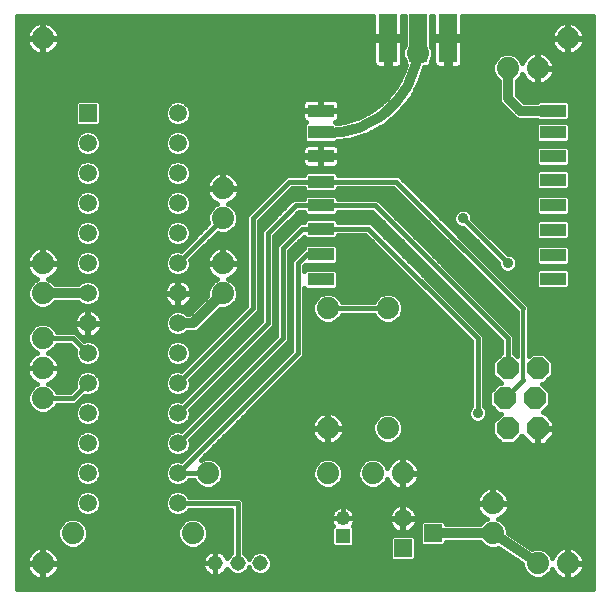
<source format=gtl>
G75*
G70*
%OFA0B0*%
%FSLAX24Y24*%
%IPPOS*%
%LPD*%
%AMOC8*
5,1,8,0,0,1.08239X$1,22.5*
%
%ADD10R,0.0860X0.0420*%
%ADD11C,0.0515*%
%ADD12OC8,0.0740*%
%ADD13R,0.0600X0.1600*%
%ADD14C,0.0740*%
%ADD15R,0.0590X0.0590*%
%ADD16C,0.0590*%
%ADD17R,0.0480X0.0480*%
%ADD18C,0.0480*%
%ADD19C,0.0320*%
%ADD20C,0.0160*%
%ADD21C,0.0120*%
%ADD22C,0.0356*%
D10*
X010943Y011643D03*
X010943Y012481D03*
X010943Y013331D03*
X010943Y014118D03*
X010943Y014905D03*
X010943Y015755D03*
X010943Y016543D03*
X010943Y017268D03*
X018680Y017268D03*
X018680Y016543D03*
X018680Y015755D03*
X018680Y014968D03*
X018680Y014118D03*
X018680Y013293D03*
X018680Y012456D03*
X018680Y011668D03*
D11*
X008930Y002180D03*
X008180Y002180D03*
X007430Y002180D03*
D12*
X017080Y007680D03*
X017180Y006680D03*
X018080Y007680D03*
X018180Y006680D03*
X018180Y008680D03*
X017180Y008680D03*
D13*
X015180Y019680D03*
X014180Y019680D03*
X013180Y019680D03*
D14*
X014180Y019180D03*
X017180Y018680D03*
X018180Y018680D03*
X019180Y019680D03*
X013180Y010680D03*
X011180Y010680D03*
X007680Y011180D03*
X007680Y012180D03*
X007680Y013680D03*
X007680Y014680D03*
X001680Y012180D03*
X001680Y011180D03*
X001680Y009680D03*
X001680Y008680D03*
X001680Y007680D03*
X002680Y003180D03*
X001680Y002180D03*
X006680Y003180D03*
X007180Y005180D03*
X011180Y005180D03*
X011180Y006680D03*
X012680Y005180D03*
X013680Y005180D03*
X013180Y006680D03*
X016680Y004180D03*
X016680Y003180D03*
X018180Y002180D03*
X019180Y002180D03*
X001680Y019680D03*
D15*
X003180Y017180D03*
X014680Y003180D03*
X013680Y002680D03*
D16*
X013680Y003680D03*
X006180Y004180D03*
X006180Y005180D03*
X006180Y006180D03*
X006180Y007180D03*
X006180Y008180D03*
X006180Y009180D03*
X006180Y010180D03*
X006180Y011180D03*
X006180Y012180D03*
X006180Y013180D03*
X006180Y014180D03*
X006180Y015180D03*
X006180Y016180D03*
X006180Y017180D03*
X003180Y016180D03*
X003180Y015180D03*
X003180Y014180D03*
X003180Y013180D03*
X003180Y012180D03*
X003180Y011180D03*
X003180Y010180D03*
X003180Y009180D03*
X003180Y008180D03*
X003180Y007180D03*
X003180Y006180D03*
X003180Y005180D03*
X003180Y004180D03*
D17*
X011680Y003090D03*
D18*
X011680Y003680D03*
D19*
X014680Y003180D02*
X016680Y003180D01*
X018180Y002180D01*
X007680Y011180D02*
X006680Y010180D01*
X006180Y010180D01*
X003180Y011180D02*
X001680Y011180D01*
X010943Y016542D02*
X011085Y016534D01*
X011228Y016532D01*
X011371Y016537D01*
X011513Y016549D01*
X011654Y016568D01*
X011795Y016593D01*
X011934Y016625D01*
X012071Y016663D01*
X012206Y016708D01*
X012339Y016760D01*
X012470Y016818D01*
X012597Y016881D01*
X012722Y016951D01*
X012843Y017027D01*
X012960Y017108D01*
X013073Y017195D01*
X013182Y017287D01*
X013286Y017384D01*
X013386Y017486D01*
X013481Y017593D01*
X013570Y017704D01*
X013654Y017819D01*
X013733Y017938D01*
X013806Y018061D01*
X013873Y018187D01*
X013934Y018316D01*
X013988Y018448D01*
X014036Y018582D01*
X014078Y018718D01*
X014114Y018857D01*
X014142Y018996D01*
X014164Y019137D01*
X014180Y019279D01*
X014180Y019180D01*
X017180Y018680D02*
X017180Y017680D01*
X017592Y017268D01*
X018680Y017268D01*
D20*
X000820Y020410D02*
X000820Y001320D01*
X020032Y001320D01*
X020032Y020410D01*
X015660Y020410D01*
X015660Y019750D01*
X015250Y019750D01*
X015250Y019610D01*
X015660Y019610D01*
X015660Y018856D01*
X015648Y018811D01*
X015624Y018769D01*
X015591Y018736D01*
X015549Y018712D01*
X015504Y018700D01*
X015250Y018700D01*
X015250Y019610D01*
X015110Y019610D01*
X015110Y018700D01*
X014856Y018700D01*
X014811Y018712D01*
X014769Y018736D01*
X014736Y018769D01*
X014712Y018811D01*
X014700Y018856D01*
X014700Y019610D01*
X015110Y019610D01*
X015110Y019750D01*
X014700Y019750D01*
X014700Y020410D01*
X014620Y020410D01*
X014620Y019450D01*
X014690Y019281D01*
X014690Y019079D01*
X014620Y018910D01*
X014620Y018822D01*
X014538Y018740D01*
X014450Y018740D01*
X014390Y018715D01*
X014272Y018307D01*
X014272Y018307D01*
X013975Y017729D01*
X013570Y017221D01*
X013570Y017221D01*
X013074Y016802D01*
X012506Y016487D01*
X011887Y016290D01*
X011483Y016244D01*
X011431Y016193D01*
X010455Y016193D01*
X010373Y016275D01*
X010373Y016811D01*
X010451Y016888D01*
X010444Y016890D01*
X010403Y016914D01*
X010369Y016947D01*
X010346Y016988D01*
X010333Y017034D01*
X010333Y017243D01*
X010918Y017243D01*
X010918Y017293D01*
X010918Y017658D01*
X010490Y017658D01*
X010444Y017645D01*
X010403Y017622D01*
X010369Y017588D01*
X010346Y017547D01*
X010333Y017501D01*
X010333Y017293D01*
X010918Y017293D01*
X010968Y017293D01*
X010968Y017658D01*
X011397Y017658D01*
X011443Y017645D01*
X011484Y017622D01*
X011517Y017588D01*
X011541Y017547D01*
X011553Y017501D01*
X011553Y017293D01*
X010968Y017293D01*
X010968Y017243D01*
X011553Y017243D01*
X011553Y017034D01*
X011541Y016988D01*
X011517Y016947D01*
X011484Y016914D01*
X011443Y016890D01*
X011436Y016888D01*
X011465Y016859D01*
X011758Y016892D01*
X012262Y017053D01*
X012724Y017309D01*
X013128Y017650D01*
X013458Y018064D01*
X013700Y018534D01*
X013773Y018789D01*
X013740Y018822D01*
X013740Y018910D01*
X013670Y019079D01*
X013670Y019281D01*
X013740Y019450D01*
X013740Y020410D01*
X013660Y020410D01*
X013660Y019750D01*
X013250Y019750D01*
X013250Y019610D01*
X013660Y019610D01*
X013660Y018856D01*
X013648Y018811D01*
X013624Y018769D01*
X013591Y018736D01*
X013549Y018712D01*
X013504Y018700D01*
X013250Y018700D01*
X013250Y019610D01*
X013110Y019610D01*
X013110Y018700D01*
X012856Y018700D01*
X012811Y018712D01*
X012769Y018736D01*
X012736Y018769D01*
X012712Y018811D01*
X012700Y018856D01*
X012700Y019610D01*
X013110Y019610D01*
X013110Y019750D01*
X012700Y019750D01*
X012700Y020410D01*
X000820Y020410D01*
X000820Y020359D02*
X012700Y020359D01*
X012700Y020200D02*
X001859Y020200D01*
X001891Y020190D02*
X001809Y020216D01*
X001723Y020230D01*
X001700Y020230D01*
X001700Y019700D01*
X001660Y019700D01*
X001660Y020230D01*
X001637Y020230D01*
X001551Y020216D01*
X001469Y020190D01*
X001392Y020150D01*
X001322Y020100D01*
X001260Y020038D01*
X001210Y019968D01*
X001170Y019891D01*
X001144Y019809D01*
X001130Y019723D01*
X001130Y019700D01*
X001660Y019700D01*
X001660Y019660D01*
X001130Y019660D01*
X001130Y019637D01*
X001144Y019551D01*
X001170Y019469D01*
X001210Y019392D01*
X001260Y019322D01*
X001322Y019260D01*
X001392Y019210D01*
X001469Y019170D01*
X001551Y019144D01*
X001637Y019130D01*
X001660Y019130D01*
X001660Y019660D01*
X001700Y019660D01*
X001700Y019700D01*
X002230Y019700D01*
X002230Y019723D01*
X002216Y019809D01*
X002190Y019891D01*
X002150Y019968D01*
X002100Y020038D01*
X002038Y020100D01*
X001968Y020150D01*
X001891Y020190D01*
X001700Y020200D02*
X001660Y020200D01*
X001660Y020042D02*
X001700Y020042D01*
X001700Y019883D02*
X001660Y019883D01*
X001660Y019725D02*
X001700Y019725D01*
X001700Y019660D02*
X002230Y019660D01*
X002230Y019637D01*
X002216Y019551D01*
X002190Y019469D01*
X002150Y019392D01*
X002100Y019322D01*
X002038Y019260D01*
X001968Y019210D01*
X001891Y019170D01*
X001809Y019144D01*
X001723Y019130D01*
X001700Y019130D01*
X001700Y019660D01*
X001700Y019566D02*
X001660Y019566D01*
X001660Y019408D02*
X001700Y019408D01*
X001700Y019249D02*
X001660Y019249D01*
X001337Y019249D02*
X000820Y019249D01*
X000820Y019091D02*
X012700Y019091D01*
X012700Y019249D02*
X002023Y019249D01*
X002158Y019408D02*
X012700Y019408D01*
X012700Y019566D02*
X002219Y019566D01*
X002230Y019725D02*
X013110Y019725D01*
X013250Y019725D02*
X013740Y019725D01*
X013740Y019883D02*
X013660Y019883D01*
X013660Y020042D02*
X013740Y020042D01*
X013740Y020200D02*
X013660Y020200D01*
X013660Y020359D02*
X013740Y020359D01*
X013740Y019566D02*
X013660Y019566D01*
X013660Y019408D02*
X013722Y019408D01*
X013670Y019249D02*
X013660Y019249D01*
X013660Y019091D02*
X013670Y019091D01*
X013660Y018932D02*
X013731Y018932D01*
X013769Y018774D02*
X013626Y018774D01*
X013723Y018615D02*
X000820Y018615D01*
X000820Y018457D02*
X013660Y018457D01*
X013578Y018298D02*
X000820Y018298D01*
X000820Y018140D02*
X013497Y018140D01*
X013392Y017981D02*
X000820Y017981D01*
X000820Y017823D02*
X013265Y017823D01*
X013139Y017664D02*
X000820Y017664D01*
X000820Y017506D02*
X002745Y017506D01*
X002745Y017533D02*
X002745Y016827D01*
X002827Y016745D01*
X003533Y016745D01*
X003615Y016827D01*
X003615Y017533D01*
X003533Y017615D01*
X002827Y017615D01*
X002745Y017533D01*
X002745Y017347D02*
X000820Y017347D01*
X000820Y017189D02*
X002745Y017189D01*
X002745Y017030D02*
X000820Y017030D01*
X000820Y016872D02*
X002745Y016872D01*
X002934Y016549D02*
X002811Y016426D01*
X002745Y016267D01*
X002745Y016093D01*
X002811Y015934D01*
X002934Y015811D01*
X003093Y015745D01*
X003267Y015745D01*
X003426Y015811D01*
X003549Y015934D01*
X003615Y016093D01*
X003615Y016267D01*
X003549Y016426D01*
X003426Y016549D01*
X003267Y016615D01*
X003093Y016615D01*
X002934Y016549D01*
X002947Y016555D02*
X000820Y016555D01*
X000820Y016713D02*
X010373Y016713D01*
X010373Y016555D02*
X006413Y016555D01*
X006426Y016549D02*
X006267Y016615D01*
X006093Y016615D01*
X005934Y016549D01*
X005811Y016426D01*
X005745Y016267D01*
X005745Y016093D01*
X005811Y015934D01*
X005934Y015811D01*
X006093Y015745D01*
X006267Y015745D01*
X006426Y015811D01*
X006549Y015934D01*
X006615Y016093D01*
X006615Y016267D01*
X006549Y016426D01*
X006426Y016549D01*
X006561Y016396D02*
X010373Y016396D01*
X010410Y016238D02*
X006615Y016238D01*
X006609Y016079D02*
X010372Y016079D01*
X010369Y016076D02*
X010346Y016035D01*
X010333Y015989D01*
X010333Y015780D01*
X010918Y015780D01*
X010918Y015730D01*
X010333Y015730D01*
X010333Y015522D01*
X010346Y015476D01*
X010369Y015435D01*
X010403Y015401D01*
X010444Y015378D01*
X010490Y015365D01*
X010918Y015365D01*
X010918Y015730D01*
X010968Y015730D01*
X010968Y015365D01*
X011397Y015365D01*
X011443Y015378D01*
X011484Y015401D01*
X011517Y015435D01*
X011541Y015476D01*
X011553Y015522D01*
X011553Y015730D01*
X010968Y015730D01*
X010968Y015780D01*
X010918Y015780D01*
X010918Y016145D01*
X010490Y016145D01*
X010444Y016133D01*
X010403Y016109D01*
X010369Y016076D01*
X010333Y015921D02*
X006536Y015921D01*
X006308Y015762D02*
X010918Y015762D01*
X010968Y015762D02*
X018110Y015762D01*
X018110Y015604D02*
X011553Y015604D01*
X011523Y015445D02*
X018152Y015445D01*
X018192Y015405D02*
X018110Y015487D01*
X018110Y016023D01*
X018192Y016105D01*
X019168Y016105D01*
X019250Y016023D01*
X019250Y015487D01*
X019168Y015405D01*
X018192Y015405D01*
X018192Y015318D02*
X018110Y015236D01*
X018110Y014700D01*
X018192Y014618D01*
X019168Y014618D01*
X019250Y014700D01*
X019250Y015236D01*
X019168Y015318D01*
X018192Y015318D01*
X018161Y015287D02*
X006607Y015287D01*
X006615Y015267D02*
X006549Y015426D01*
X006426Y015549D01*
X006267Y015615D01*
X006093Y015615D01*
X005934Y015549D01*
X005811Y015426D01*
X005745Y015267D01*
X005745Y015093D01*
X005811Y014934D01*
X005934Y014811D01*
X003426Y014811D01*
X003549Y014934D01*
X003615Y015093D01*
X003615Y015267D01*
X003549Y015426D01*
X003426Y015549D01*
X003267Y015615D01*
X003093Y015615D01*
X002934Y015549D01*
X002811Y015426D01*
X002745Y015267D01*
X002745Y015093D01*
X002811Y014934D01*
X002934Y014811D01*
X000820Y014811D01*
X000820Y014653D02*
X007130Y014653D01*
X007130Y014660D02*
X007130Y014637D01*
X007144Y014551D01*
X007170Y014469D01*
X007210Y014392D01*
X007260Y014322D01*
X007322Y014260D01*
X007392Y014210D01*
X007469Y014170D01*
X007504Y014159D01*
X007391Y014112D01*
X007248Y013969D01*
X007170Y013781D01*
X007170Y013579D01*
X007199Y013510D01*
X006293Y012604D01*
X006267Y012615D01*
X006093Y012615D01*
X005934Y012549D01*
X005811Y012426D01*
X005745Y012267D01*
X005745Y012093D01*
X005811Y011934D01*
X005934Y011811D01*
X006093Y011745D01*
X006267Y011745D01*
X006426Y011811D01*
X006549Y011934D01*
X006615Y012093D01*
X006615Y012267D01*
X006604Y012293D01*
X007510Y013199D01*
X007579Y013170D01*
X007781Y013170D01*
X007969Y013248D01*
X008112Y013391D01*
X008190Y013579D01*
X008190Y013781D01*
X008112Y013969D01*
X007969Y014112D01*
X007856Y014159D01*
X007891Y014170D01*
X007968Y014210D01*
X008038Y014260D01*
X008100Y014322D01*
X008150Y014392D01*
X008190Y014469D01*
X008216Y014551D01*
X008230Y014637D01*
X008230Y014660D01*
X007700Y014660D01*
X007700Y014700D01*
X008230Y014700D01*
X008230Y014723D01*
X008216Y014809D01*
X008190Y014891D01*
X008150Y014968D01*
X008100Y015038D01*
X008038Y015100D01*
X007968Y015150D01*
X007891Y015190D01*
X007809Y015216D01*
X007723Y015230D01*
X007700Y015230D01*
X007700Y014700D01*
X007660Y014700D01*
X007660Y015230D01*
X007637Y015230D01*
X007551Y015216D01*
X007469Y015190D01*
X007392Y015150D01*
X007322Y015100D01*
X007260Y015038D01*
X007210Y014968D01*
X007170Y014891D01*
X007144Y014809D01*
X007130Y014723D01*
X007130Y014700D01*
X007660Y014700D01*
X007660Y014660D01*
X007130Y014660D01*
X007144Y014811D02*
X006426Y014811D01*
X006549Y014934D01*
X006615Y015093D01*
X006615Y015267D01*
X006615Y015128D02*
X007361Y015128D01*
X007211Y014970D02*
X006564Y014970D01*
X006426Y014811D02*
X006267Y014745D01*
X006093Y014745D01*
X005934Y014811D01*
X005796Y014970D02*
X003564Y014970D01*
X003615Y015128D02*
X005745Y015128D01*
X005753Y015287D02*
X003607Y015287D01*
X003530Y015445D02*
X005830Y015445D01*
X006066Y015604D02*
X003294Y015604D01*
X003308Y015762D02*
X006052Y015762D01*
X005824Y015921D02*
X003536Y015921D01*
X003609Y016079D02*
X005751Y016079D01*
X005745Y016238D02*
X003615Y016238D01*
X003561Y016396D02*
X005799Y016396D01*
X005947Y016555D02*
X003413Y016555D01*
X003615Y016872D02*
X005873Y016872D01*
X005934Y016811D02*
X006093Y016745D01*
X006267Y016745D01*
X006426Y016811D01*
X006549Y016934D01*
X006615Y017093D01*
X006615Y017267D01*
X006549Y017426D01*
X006426Y017549D01*
X006267Y017615D01*
X006093Y017615D01*
X005934Y017549D01*
X005811Y017426D01*
X005745Y017267D01*
X005745Y017093D01*
X005811Y016934D01*
X005934Y016811D01*
X005771Y017030D02*
X003615Y017030D01*
X003615Y017189D02*
X005745Y017189D01*
X005778Y017347D02*
X003615Y017347D01*
X003615Y017506D02*
X005890Y017506D01*
X006470Y017506D02*
X010334Y017506D01*
X010333Y017347D02*
X006582Y017347D01*
X006615Y017189D02*
X010333Y017189D01*
X010334Y017030D02*
X006589Y017030D01*
X006487Y016872D02*
X010434Y016872D01*
X010918Y017347D02*
X010968Y017347D01*
X010968Y017506D02*
X010918Y017506D01*
X011552Y017506D02*
X012957Y017506D01*
X012769Y017347D02*
X011553Y017347D01*
X011553Y017189D02*
X012507Y017189D01*
X012190Y017030D02*
X011552Y017030D01*
X011577Y016872D02*
X011452Y016872D01*
X011476Y016238D02*
X018147Y016238D01*
X018110Y016275D02*
X018192Y016193D01*
X019168Y016193D01*
X019250Y016275D01*
X019250Y016811D01*
X019168Y016893D01*
X018192Y016893D01*
X018110Y016811D01*
X018110Y016275D01*
X018110Y016396D02*
X012220Y016396D01*
X012627Y016555D02*
X018110Y016555D01*
X018110Y016713D02*
X012913Y016713D01*
X013156Y016872D02*
X018171Y016872D01*
X018192Y016918D02*
X018142Y016968D01*
X017533Y016968D01*
X017422Y017013D01*
X017010Y017426D01*
X017010Y017426D01*
X016926Y017510D01*
X016880Y017620D01*
X016880Y018259D01*
X016748Y018391D01*
X016670Y018579D01*
X016670Y018781D01*
X016748Y018969D01*
X016891Y019112D01*
X017079Y019190D01*
X017281Y019190D01*
X017469Y019112D01*
X017612Y018969D01*
X017659Y018856D01*
X017670Y018891D01*
X017710Y018968D01*
X017760Y019038D01*
X017822Y019100D01*
X017892Y019150D01*
X017969Y019190D01*
X018051Y019216D01*
X018137Y019230D01*
X018160Y019230D01*
X018160Y018700D01*
X018200Y018700D01*
X018200Y019230D01*
X018223Y019230D01*
X018309Y019216D01*
X018391Y019190D01*
X018468Y019150D01*
X018538Y019100D01*
X018600Y019038D01*
X018650Y018968D01*
X018690Y018891D01*
X018716Y018809D01*
X018730Y018723D01*
X018730Y018700D01*
X018200Y018700D01*
X018200Y018660D01*
X018730Y018660D01*
X018730Y018637D01*
X018716Y018551D01*
X018690Y018469D01*
X018650Y018392D01*
X018600Y018322D01*
X018538Y018260D01*
X018468Y018210D01*
X018391Y018170D01*
X018309Y018144D01*
X018223Y018130D01*
X018200Y018130D01*
X018200Y018660D01*
X018160Y018660D01*
X018160Y018130D01*
X018137Y018130D01*
X018051Y018144D01*
X017969Y018170D01*
X017892Y018210D01*
X017822Y018260D01*
X017760Y018322D01*
X017710Y018392D01*
X017670Y018469D01*
X017659Y018504D01*
X017612Y018391D01*
X017480Y018259D01*
X017480Y017804D01*
X017717Y017568D01*
X018142Y017568D01*
X018192Y017618D01*
X019168Y017618D01*
X019250Y017536D01*
X019250Y017000D01*
X019168Y016918D01*
X018192Y016918D01*
X017620Y017664D02*
X020032Y017664D01*
X020032Y017506D02*
X019250Y017506D01*
X019250Y017347D02*
X020032Y017347D01*
X020032Y017189D02*
X019250Y017189D01*
X019250Y017030D02*
X020032Y017030D01*
X020032Y016872D02*
X019189Y016872D01*
X019250Y016713D02*
X020032Y016713D01*
X020032Y016555D02*
X019250Y016555D01*
X019250Y016396D02*
X020032Y016396D01*
X020032Y016238D02*
X019213Y016238D01*
X019194Y016079D02*
X020032Y016079D01*
X020032Y015921D02*
X019250Y015921D01*
X019250Y015762D02*
X020032Y015762D01*
X020032Y015604D02*
X019250Y015604D01*
X019208Y015445D02*
X020032Y015445D01*
X020032Y015287D02*
X019199Y015287D01*
X019250Y015128D02*
X020032Y015128D01*
X020032Y014970D02*
X019250Y014970D01*
X019250Y014811D02*
X020032Y014811D01*
X020032Y014653D02*
X019203Y014653D01*
X019168Y014468D02*
X018192Y014468D01*
X018110Y014386D01*
X018110Y013850D01*
X018192Y013768D01*
X019168Y013768D01*
X019250Y013850D01*
X019250Y014386D01*
X019168Y014468D01*
X019250Y014336D02*
X020032Y014336D01*
X020032Y014494D02*
X014177Y014494D01*
X014019Y014653D02*
X018157Y014653D01*
X018110Y014811D02*
X013860Y014811D01*
X013702Y014970D02*
X018110Y014970D01*
X018110Y015128D02*
X011513Y015128D01*
X011513Y015125D02*
X011513Y015173D01*
X011431Y015255D01*
X010455Y015255D01*
X010373Y015173D01*
X010373Y015125D01*
X009814Y015125D01*
X009685Y014997D01*
X008460Y013771D01*
X008460Y010771D01*
X006293Y008604D01*
X006267Y008615D01*
X006093Y008615D01*
X005934Y008549D01*
X005811Y008426D01*
X005745Y008267D01*
X005745Y008093D01*
X005811Y007934D01*
X005934Y007811D01*
X006093Y007745D01*
X006267Y007745D01*
X006426Y007811D01*
X006549Y007934D01*
X006615Y008093D01*
X006615Y008267D01*
X006604Y008293D01*
X008771Y010460D01*
X008900Y010589D01*
X008900Y013589D01*
X009997Y014685D01*
X010373Y014685D01*
X010373Y014637D01*
X010455Y014555D01*
X011431Y014555D01*
X011513Y014637D01*
X011513Y014685D01*
X013363Y014685D01*
X017480Y010569D01*
X017480Y009101D01*
X017400Y009181D01*
X017400Y009771D01*
X012962Y014209D01*
X012833Y014338D01*
X011513Y014338D01*
X011513Y014386D01*
X011431Y014468D01*
X010455Y014468D01*
X010373Y014386D01*
X010373Y014338D01*
X010027Y014338D01*
X009898Y014209D01*
X008960Y013271D01*
X008960Y010271D01*
X006293Y007604D01*
X006267Y007615D01*
X006093Y007615D01*
X005934Y007549D01*
X005811Y007426D01*
X005745Y007267D01*
X005745Y007093D01*
X005811Y006934D01*
X005934Y006811D01*
X006093Y006745D01*
X006267Y006745D01*
X006426Y006811D01*
X006549Y006934D01*
X006615Y007093D01*
X006615Y007267D01*
X006604Y007293D01*
X009271Y009960D01*
X009400Y010089D01*
X009400Y013089D01*
X010209Y013898D01*
X010373Y013898D01*
X010373Y013850D01*
X010455Y013768D01*
X011431Y013768D01*
X011513Y013850D01*
X011513Y013898D01*
X012651Y013898D01*
X016960Y009589D01*
X016960Y009181D01*
X016670Y008891D01*
X016670Y008469D01*
X016949Y008190D01*
X016869Y008190D01*
X016570Y007891D01*
X016570Y007469D01*
X016869Y007170D01*
X016949Y007170D01*
X016670Y006891D01*
X016670Y006469D01*
X016969Y006170D01*
X017391Y006170D01*
X017652Y006430D01*
X017952Y006130D01*
X018160Y006130D01*
X018160Y006660D01*
X018200Y006660D01*
X018200Y006700D01*
X018730Y006700D01*
X018730Y006908D01*
X018408Y007230D01*
X018351Y007230D01*
X018590Y007469D01*
X018590Y007891D01*
X018311Y008170D01*
X018391Y008170D01*
X018690Y008469D01*
X018690Y008891D01*
X018391Y009190D01*
X017969Y009190D01*
X017880Y009101D01*
X017880Y010569D01*
X017900Y010589D01*
X017900Y010771D01*
X013546Y015125D01*
X011513Y015125D01*
X011513Y014653D02*
X013396Y014653D01*
X013555Y014494D02*
X009805Y014494D01*
X009647Y014336D02*
X010024Y014336D01*
X009866Y014177D02*
X009488Y014177D01*
X009330Y014019D02*
X009707Y014019D01*
X009549Y013860D02*
X009171Y013860D01*
X009013Y013702D02*
X009390Y013702D01*
X009232Y013543D02*
X008900Y013543D01*
X008900Y013385D02*
X009073Y013385D01*
X008960Y013226D02*
X008900Y013226D01*
X008900Y013068D02*
X008960Y013068D01*
X008960Y012909D02*
X008900Y012909D01*
X008900Y012751D02*
X008960Y012751D01*
X008960Y012592D02*
X008900Y012592D01*
X008900Y012434D02*
X008960Y012434D01*
X008960Y012275D02*
X008900Y012275D01*
X008900Y012117D02*
X008960Y012117D01*
X008960Y011958D02*
X008900Y011958D01*
X008900Y011800D02*
X008960Y011800D01*
X008960Y011641D02*
X008900Y011641D01*
X008900Y011483D02*
X008960Y011483D01*
X008960Y011324D02*
X008900Y011324D01*
X008900Y011166D02*
X008960Y011166D01*
X008960Y011007D02*
X008900Y011007D01*
X008900Y010849D02*
X008960Y010849D01*
X008960Y010690D02*
X008900Y010690D01*
X008843Y010532D02*
X008960Y010532D01*
X008960Y010373D02*
X008684Y010373D01*
X008526Y010215D02*
X008903Y010215D01*
X008745Y010056D02*
X008367Y010056D01*
X008209Y009898D02*
X008586Y009898D01*
X008428Y009739D02*
X008050Y009739D01*
X007892Y009581D02*
X008269Y009581D01*
X008111Y009422D02*
X007733Y009422D01*
X007575Y009264D02*
X007952Y009264D01*
X007794Y009105D02*
X007416Y009105D01*
X007258Y008947D02*
X007635Y008947D01*
X007477Y008788D02*
X007099Y008788D01*
X006941Y008630D02*
X007318Y008630D01*
X007160Y008471D02*
X006782Y008471D01*
X006624Y008313D02*
X007001Y008313D01*
X006843Y008154D02*
X006615Y008154D01*
X006574Y007996D02*
X006684Y007996D01*
X006526Y007837D02*
X006452Y007837D01*
X006367Y007679D02*
X002990Y007679D01*
X003067Y007756D02*
X002900Y007589D01*
X002771Y007460D01*
X002141Y007460D01*
X002112Y007391D01*
X001969Y007248D01*
X001781Y007170D01*
X001579Y007170D01*
X001391Y007248D01*
X001248Y007391D01*
X001170Y007579D01*
X001170Y007781D01*
X001248Y007969D01*
X001391Y008112D01*
X001504Y008159D01*
X001469Y008170D01*
X001392Y008210D01*
X001322Y008260D01*
X001260Y008322D01*
X001210Y008392D01*
X001170Y008469D01*
X001144Y008551D01*
X001130Y008637D01*
X001130Y008680D01*
X001680Y008680D01*
X002230Y008680D01*
X002230Y008723D01*
X002216Y008809D01*
X002190Y008891D01*
X002150Y008968D01*
X002100Y009038D01*
X002038Y009100D01*
X001968Y009150D01*
X001891Y009190D01*
X001856Y009201D01*
X001969Y009248D01*
X002112Y009391D01*
X002141Y009460D01*
X002589Y009460D01*
X002756Y009293D01*
X002745Y009267D01*
X002745Y009093D01*
X002811Y008934D01*
X002934Y008811D01*
X003093Y008745D01*
X003267Y008745D01*
X003426Y008811D01*
X003549Y008934D01*
X003615Y009093D01*
X003615Y009267D01*
X003549Y009426D01*
X003426Y009549D01*
X003267Y009615D01*
X003093Y009615D01*
X003067Y009604D01*
X002900Y009771D01*
X002771Y009900D01*
X002141Y009900D01*
X002112Y009969D01*
X001969Y010112D01*
X001781Y010190D01*
X001579Y010190D01*
X001391Y010112D01*
X001248Y009969D01*
X001170Y009781D01*
X001170Y009579D01*
X001248Y009391D01*
X001391Y009248D01*
X001504Y009201D01*
X001469Y009190D01*
X001392Y009150D01*
X001322Y009100D01*
X001260Y009038D01*
X001210Y008968D01*
X001170Y008891D01*
X001144Y008809D01*
X001130Y008723D01*
X001130Y008680D01*
X001680Y008680D01*
X001680Y008680D01*
X002230Y008680D01*
X002230Y008637D01*
X002216Y008551D01*
X002190Y008469D01*
X002150Y008392D01*
X002100Y008322D01*
X002038Y008260D01*
X001968Y008210D01*
X001891Y008170D01*
X001856Y008159D01*
X001969Y008112D01*
X002112Y007969D01*
X002141Y007900D01*
X002589Y007900D01*
X002756Y008067D01*
X002745Y008093D01*
X002745Y008267D01*
X002811Y008426D01*
X002934Y008549D01*
X003093Y008615D01*
X003267Y008615D01*
X003426Y008549D01*
X003549Y008426D01*
X003615Y008267D01*
X003615Y008093D01*
X003549Y007934D01*
X003426Y007811D01*
X003267Y007745D01*
X003093Y007745D01*
X003067Y007756D01*
X003093Y007615D02*
X002934Y007549D01*
X002811Y007426D01*
X002745Y007267D01*
X002745Y007093D01*
X002811Y006934D01*
X002934Y006811D01*
X003093Y006745D01*
X003267Y006745D01*
X003426Y006811D01*
X003549Y006934D01*
X003615Y007093D01*
X003615Y007267D01*
X003549Y007426D01*
X003426Y007549D01*
X003267Y007615D01*
X003093Y007615D01*
X002905Y007520D02*
X002831Y007520D01*
X002784Y007362D02*
X002083Y007362D01*
X001861Y007203D02*
X002745Y007203D01*
X002765Y007045D02*
X000820Y007045D01*
X000820Y007203D02*
X001499Y007203D01*
X001277Y007362D02*
X000820Y007362D01*
X000820Y007520D02*
X001194Y007520D01*
X001170Y007679D02*
X000820Y007679D01*
X000820Y007837D02*
X001193Y007837D01*
X001274Y007996D02*
X000820Y007996D01*
X000820Y008154D02*
X001492Y008154D01*
X001270Y008313D02*
X000820Y008313D01*
X000820Y008471D02*
X001170Y008471D01*
X001131Y008630D02*
X000820Y008630D01*
X000820Y008788D02*
X001140Y008788D01*
X001199Y008947D02*
X000820Y008947D01*
X000820Y009105D02*
X001329Y009105D01*
X001375Y009264D02*
X000820Y009264D01*
X000820Y009422D02*
X001235Y009422D01*
X001170Y009581D02*
X000820Y009581D01*
X000820Y009739D02*
X001170Y009739D01*
X001218Y009898D02*
X000820Y009898D01*
X000820Y010056D02*
X001335Y010056D01*
X001680Y009680D02*
X002680Y009680D01*
X003180Y009180D01*
X003370Y008788D02*
X005990Y008788D01*
X005934Y008811D02*
X006093Y008745D01*
X006267Y008745D01*
X006426Y008811D01*
X006549Y008934D01*
X006615Y009093D01*
X006615Y009267D01*
X006549Y009426D01*
X006426Y009549D01*
X006267Y009615D01*
X006093Y009615D01*
X005934Y009549D01*
X005811Y009426D01*
X005745Y009267D01*
X005745Y009093D01*
X005811Y008934D01*
X005934Y008811D01*
X005806Y008947D02*
X003554Y008947D01*
X003615Y009105D02*
X005745Y009105D01*
X005745Y009264D02*
X003615Y009264D01*
X003551Y009422D02*
X005809Y009422D01*
X006010Y009581D02*
X003350Y009581D01*
X003291Y009717D02*
X003362Y009740D01*
X003429Y009774D01*
X003489Y009818D01*
X003542Y009871D01*
X003586Y009931D01*
X003620Y009998D01*
X003643Y010069D01*
X003655Y010143D01*
X003655Y010162D01*
X003198Y010162D01*
X003198Y010198D01*
X003655Y010198D01*
X003655Y010217D01*
X003643Y010291D01*
X003620Y010362D01*
X003586Y010429D01*
X003542Y010489D01*
X003489Y010542D01*
X003429Y010586D01*
X003362Y010620D01*
X003291Y010643D01*
X003217Y010655D01*
X003198Y010655D01*
X003198Y010198D01*
X003162Y010198D01*
X003162Y010655D01*
X003143Y010655D01*
X003069Y010643D01*
X002998Y010620D01*
X002931Y010586D01*
X002871Y010542D01*
X002818Y010489D01*
X002774Y010429D01*
X002740Y010362D01*
X002717Y010291D01*
X002705Y010217D01*
X002705Y010198D01*
X003162Y010198D01*
X003162Y010162D01*
X003198Y010162D01*
X003198Y009705D01*
X003217Y009705D01*
X003291Y009717D01*
X003360Y009739D02*
X007428Y009739D01*
X007586Y009898D02*
X006782Y009898D01*
X006740Y009880D02*
X006850Y009926D01*
X007594Y010670D01*
X007781Y010670D01*
X007969Y010748D01*
X008112Y010891D01*
X008190Y011079D01*
X008190Y011281D01*
X008112Y011469D01*
X007969Y011612D01*
X007856Y011659D01*
X007891Y011670D01*
X007968Y011710D01*
X008038Y011760D01*
X008100Y011822D01*
X008150Y011892D01*
X008190Y011969D01*
X008216Y012051D01*
X008230Y012137D01*
X008230Y012160D01*
X007700Y012160D01*
X007700Y012200D01*
X008230Y012200D01*
X008230Y012223D01*
X008216Y012309D01*
X008190Y012391D01*
X008150Y012468D01*
X008100Y012538D01*
X008038Y012600D01*
X007968Y012650D01*
X007891Y012690D01*
X007809Y012716D01*
X007723Y012730D01*
X007700Y012730D01*
X007700Y012200D01*
X007660Y012200D01*
X007660Y012730D01*
X007637Y012730D01*
X007551Y012716D01*
X007469Y012690D01*
X007392Y012650D01*
X007322Y012600D01*
X007260Y012538D01*
X007210Y012468D01*
X007170Y012391D01*
X007144Y012309D01*
X007130Y012223D01*
X007130Y012200D01*
X007660Y012200D01*
X007660Y012160D01*
X007130Y012160D01*
X007130Y012137D01*
X007144Y012051D01*
X007170Y011969D01*
X007210Y011892D01*
X007260Y011822D01*
X007322Y011760D01*
X007392Y011710D01*
X007469Y011670D01*
X007504Y011659D01*
X007391Y011612D01*
X007248Y011469D01*
X007170Y011281D01*
X007170Y011094D01*
X006556Y010480D01*
X006495Y010480D01*
X006426Y010549D01*
X006267Y010615D01*
X006093Y010615D01*
X005934Y010549D01*
X005811Y010426D01*
X005745Y010267D01*
X005745Y010093D01*
X005811Y009934D01*
X005934Y009811D01*
X006093Y009745D01*
X006267Y009745D01*
X006426Y009811D01*
X006495Y009880D01*
X006740Y009880D01*
X006980Y010056D02*
X007745Y010056D01*
X007903Y010215D02*
X007139Y010215D01*
X007297Y010373D02*
X008062Y010373D01*
X008220Y010532D02*
X007456Y010532D01*
X007830Y010690D02*
X008379Y010690D01*
X008460Y010849D02*
X008070Y010849D01*
X008160Y011007D02*
X008460Y011007D01*
X008460Y011166D02*
X008190Y011166D01*
X008172Y011324D02*
X008460Y011324D01*
X008460Y011483D02*
X008099Y011483D01*
X007900Y011641D02*
X008460Y011641D01*
X008460Y011800D02*
X008077Y011800D01*
X008184Y011958D02*
X008460Y011958D01*
X008460Y012117D02*
X008227Y012117D01*
X008222Y012275D02*
X008460Y012275D01*
X008460Y012434D02*
X008168Y012434D01*
X008046Y012592D02*
X008460Y012592D01*
X008460Y012751D02*
X007062Y012751D01*
X007220Y012909D02*
X008460Y012909D01*
X008460Y013068D02*
X007379Y013068D01*
X007073Y013385D02*
X006566Y013385D01*
X006549Y013426D02*
X006426Y013549D01*
X006267Y013615D01*
X006093Y013615D01*
X005934Y013549D01*
X005811Y013426D01*
X005745Y013267D01*
X005745Y013093D01*
X005811Y012934D01*
X005934Y012811D01*
X006093Y012745D01*
X006267Y012745D01*
X006426Y012811D01*
X006549Y012934D01*
X006615Y013093D01*
X006615Y013267D01*
X006549Y013426D01*
X006432Y013543D02*
X007185Y013543D01*
X007170Y013702D02*
X000820Y013702D01*
X000820Y013860D02*
X002885Y013860D01*
X002934Y013811D02*
X003093Y013745D01*
X003267Y013745D01*
X003426Y013811D01*
X003549Y013934D01*
X003615Y014093D01*
X003615Y014267D01*
X003549Y014426D01*
X003426Y014549D01*
X003267Y014615D01*
X003093Y014615D01*
X002934Y014549D01*
X002811Y014426D01*
X002745Y014267D01*
X002745Y014093D01*
X002811Y013934D01*
X002934Y013811D01*
X003093Y013615D02*
X002934Y013549D01*
X002811Y013426D01*
X002745Y013267D01*
X002745Y013093D01*
X002811Y012934D01*
X002934Y012811D01*
X003093Y012745D01*
X003267Y012745D01*
X003426Y012811D01*
X003549Y012934D01*
X003615Y013093D01*
X003615Y013267D01*
X003549Y013426D01*
X003426Y013549D01*
X003267Y013615D01*
X003093Y013615D01*
X002928Y013543D02*
X000820Y013543D01*
X000820Y013385D02*
X002794Y013385D01*
X002745Y013226D02*
X000820Y013226D01*
X000820Y013068D02*
X002756Y013068D01*
X002836Y012909D02*
X000820Y012909D01*
X000820Y012751D02*
X003080Y012751D01*
X003093Y012615D02*
X002934Y012549D01*
X002811Y012426D01*
X002745Y012267D01*
X002745Y012093D01*
X002811Y011934D01*
X002934Y011811D01*
X003093Y011745D01*
X003267Y011745D01*
X003426Y011811D01*
X003549Y011934D01*
X003615Y012093D01*
X003615Y012267D01*
X003549Y012426D01*
X003426Y012549D01*
X003267Y012615D01*
X003093Y012615D01*
X003038Y012592D02*
X002046Y012592D01*
X002038Y012600D02*
X001968Y012650D01*
X001891Y012690D01*
X001809Y012716D01*
X001723Y012730D01*
X001700Y012730D01*
X001700Y012200D01*
X002230Y012200D01*
X002230Y012223D01*
X002216Y012309D01*
X002190Y012391D01*
X002150Y012468D01*
X002100Y012538D01*
X002038Y012600D01*
X002168Y012434D02*
X002818Y012434D01*
X002749Y012275D02*
X002222Y012275D01*
X002230Y012160D02*
X001700Y012160D01*
X001700Y012200D01*
X001660Y012200D01*
X001660Y012730D01*
X001637Y012730D01*
X001551Y012716D01*
X001469Y012690D01*
X001392Y012650D01*
X001322Y012600D01*
X001260Y012538D01*
X001210Y012468D01*
X001170Y012391D01*
X001144Y012309D01*
X001130Y012223D01*
X001130Y012200D01*
X001660Y012200D01*
X001660Y012160D01*
X001130Y012160D01*
X001130Y012137D01*
X001144Y012051D01*
X001170Y011969D01*
X001210Y011892D01*
X001260Y011822D01*
X001322Y011760D01*
X001392Y011710D01*
X001469Y011670D01*
X001504Y011659D01*
X001391Y011612D01*
X001248Y011469D01*
X001170Y011281D01*
X001170Y011079D01*
X001248Y010891D01*
X001391Y010748D01*
X001579Y010670D01*
X001781Y010670D01*
X001969Y010748D01*
X002101Y010880D01*
X002865Y010880D01*
X002934Y010811D01*
X003093Y010745D01*
X003267Y010745D01*
X003426Y010811D01*
X003549Y010934D01*
X003615Y011093D01*
X003615Y011267D01*
X003549Y011426D01*
X003426Y011549D01*
X003267Y011615D01*
X003093Y011615D01*
X002934Y011549D01*
X002865Y011480D01*
X002101Y011480D01*
X001969Y011612D01*
X001856Y011659D01*
X001891Y011670D01*
X001968Y011710D01*
X002038Y011760D01*
X002100Y011822D01*
X002150Y011892D01*
X002190Y011969D01*
X002216Y012051D01*
X002230Y012137D01*
X002230Y012160D01*
X002227Y012117D02*
X002745Y012117D01*
X002801Y011958D02*
X002184Y011958D01*
X002077Y011800D02*
X002962Y011800D01*
X002867Y011483D02*
X002099Y011483D01*
X001900Y011641D02*
X006062Y011641D01*
X006069Y011643D02*
X005998Y011620D01*
X005931Y011586D01*
X005871Y011542D01*
X005818Y011489D01*
X005774Y011429D01*
X005740Y011362D01*
X005717Y011291D01*
X005705Y011217D01*
X005705Y011198D01*
X006162Y011198D01*
X006162Y011655D01*
X006143Y011655D01*
X006069Y011643D01*
X006162Y011641D02*
X006198Y011641D01*
X006198Y011655D02*
X006217Y011655D01*
X006291Y011643D01*
X006362Y011620D01*
X006429Y011586D01*
X006489Y011542D01*
X006542Y011489D01*
X006586Y011429D01*
X006620Y011362D01*
X006643Y011291D01*
X006655Y011217D01*
X006655Y011198D01*
X006198Y011198D01*
X006198Y011162D01*
X006655Y011162D01*
X006655Y011143D01*
X006643Y011069D01*
X006620Y010998D01*
X006586Y010931D01*
X006542Y010871D01*
X006489Y010818D01*
X006429Y010774D01*
X006362Y010740D01*
X006291Y010717D01*
X006217Y010705D01*
X006198Y010705D01*
X006198Y011162D01*
X006162Y011162D01*
X006162Y010705D01*
X006143Y010705D01*
X006069Y010717D01*
X005998Y010740D01*
X005931Y010774D01*
X005871Y010818D01*
X005818Y010871D01*
X005774Y010931D01*
X005740Y010998D01*
X005717Y011069D01*
X005705Y011143D01*
X005705Y011162D01*
X006162Y011162D01*
X006162Y011198D01*
X006198Y011198D01*
X006198Y011655D01*
X006298Y011641D02*
X007460Y011641D01*
X007283Y011800D02*
X006398Y011800D01*
X006559Y011958D02*
X007176Y011958D01*
X007133Y012117D02*
X006615Y012117D01*
X006611Y012275D02*
X007138Y012275D01*
X007192Y012434D02*
X006745Y012434D01*
X006903Y012592D02*
X007314Y012592D01*
X007660Y012592D02*
X007700Y012592D01*
X007700Y012434D02*
X007660Y012434D01*
X007660Y012275D02*
X007700Y012275D01*
X007261Y011483D02*
X006547Y011483D01*
X006633Y011324D02*
X007188Y011324D01*
X007170Y011166D02*
X006198Y011166D01*
X006162Y011166D02*
X003615Y011166D01*
X003591Y011324D02*
X005727Y011324D01*
X005813Y011483D02*
X003493Y011483D01*
X003398Y011800D02*
X005962Y011800D01*
X005801Y011958D02*
X003559Y011958D01*
X003615Y012117D02*
X005745Y012117D01*
X005749Y012275D02*
X003611Y012275D01*
X003542Y012434D02*
X005818Y012434D01*
X006038Y012592D02*
X003322Y012592D01*
X003280Y012751D02*
X006080Y012751D01*
X006280Y012751D02*
X006439Y012751D01*
X006524Y012909D02*
X006598Y012909D01*
X006604Y013068D02*
X006756Y013068D01*
X006615Y013226D02*
X006915Y013226D01*
X007203Y013860D02*
X006475Y013860D01*
X006426Y013811D02*
X006549Y013934D01*
X006615Y014093D01*
X006615Y014267D01*
X006549Y014426D01*
X006426Y014549D01*
X006267Y014615D01*
X006093Y014615D01*
X005934Y014549D01*
X005811Y014426D01*
X005745Y014267D01*
X005745Y014093D01*
X005811Y013934D01*
X005934Y013811D01*
X006093Y013745D01*
X006267Y013745D01*
X006426Y013811D01*
X006584Y014019D02*
X007297Y014019D01*
X007456Y014177D02*
X006615Y014177D01*
X006586Y014336D02*
X007250Y014336D01*
X007162Y014494D02*
X006481Y014494D01*
X005879Y014494D02*
X003481Y014494D01*
X003586Y014336D02*
X005774Y014336D01*
X005745Y014177D02*
X003615Y014177D01*
X003584Y014019D02*
X005776Y014019D01*
X005885Y013860D02*
X003475Y013860D01*
X003432Y013543D02*
X005928Y013543D01*
X005794Y013385D02*
X003566Y013385D01*
X003615Y013226D02*
X005745Y013226D01*
X005756Y013068D02*
X003604Y013068D01*
X003524Y012909D02*
X005836Y012909D01*
X006180Y012180D02*
X007680Y013680D01*
X008063Y014019D02*
X008707Y014019D01*
X008866Y014177D02*
X007904Y014177D01*
X008110Y014336D02*
X009024Y014336D01*
X009183Y014494D02*
X008198Y014494D01*
X008230Y014653D02*
X009341Y014653D01*
X009500Y014811D02*
X008216Y014811D01*
X008149Y014970D02*
X009658Y014970D01*
X009905Y014905D02*
X010943Y014905D01*
X013455Y014905D01*
X017680Y010680D01*
X017900Y010690D02*
X020032Y010690D01*
X020032Y010532D02*
X017880Y010532D01*
X017880Y010373D02*
X020032Y010373D01*
X020032Y010215D02*
X017880Y010215D01*
X017880Y010056D02*
X020032Y010056D01*
X020032Y009898D02*
X017880Y009898D01*
X017880Y009739D02*
X020032Y009739D01*
X020032Y009581D02*
X017880Y009581D01*
X017880Y009422D02*
X020032Y009422D01*
X020032Y009264D02*
X017880Y009264D01*
X017880Y009105D02*
X017884Y009105D01*
X017480Y009105D02*
X017476Y009105D01*
X017480Y009264D02*
X017400Y009264D01*
X017400Y009422D02*
X017480Y009422D01*
X017480Y009581D02*
X017400Y009581D01*
X017400Y009739D02*
X017480Y009739D01*
X017480Y009898D02*
X017274Y009898D01*
X017115Y010056D02*
X017480Y010056D01*
X017480Y010215D02*
X016957Y010215D01*
X016798Y010373D02*
X017480Y010373D01*
X017480Y010532D02*
X016640Y010532D01*
X016481Y010690D02*
X017359Y010690D01*
X017200Y010849D02*
X016323Y010849D01*
X016164Y011007D02*
X017042Y011007D01*
X016883Y011166D02*
X016006Y011166D01*
X015847Y011324D02*
X016725Y011324D01*
X016566Y011483D02*
X015689Y011483D01*
X015530Y011641D02*
X016408Y011641D01*
X016249Y011800D02*
X015372Y011800D01*
X015213Y011958D02*
X016091Y011958D01*
X015932Y012117D02*
X015055Y012117D01*
X014896Y012275D02*
X015774Y012275D01*
X015615Y012434D02*
X014738Y012434D01*
X014579Y012592D02*
X015457Y012592D01*
X015298Y012751D02*
X014421Y012751D01*
X014262Y012909D02*
X015140Y012909D01*
X014981Y013068D02*
X014104Y013068D01*
X013945Y013226D02*
X014823Y013226D01*
X014664Y013385D02*
X013787Y013385D01*
X013628Y013543D02*
X014506Y013543D01*
X014347Y013702D02*
X013470Y013702D01*
X013311Y013860D02*
X014189Y013860D01*
X014030Y014019D02*
X013153Y014019D01*
X012994Y014177D02*
X013872Y014177D01*
X013713Y014336D02*
X012836Y014336D01*
X012742Y014118D02*
X010943Y014118D01*
X010118Y014118D01*
X009180Y013180D01*
X009180Y010180D01*
X006180Y007180D01*
X005784Y007362D02*
X003576Y007362D01*
X003615Y007203D02*
X005745Y007203D01*
X005765Y007045D02*
X003595Y007045D01*
X003501Y006886D02*
X005859Y006886D01*
X005982Y006569D02*
X003378Y006569D01*
X003426Y006549D02*
X003267Y006615D01*
X003093Y006615D01*
X002934Y006549D01*
X002811Y006426D01*
X002745Y006267D01*
X002745Y006093D01*
X002811Y005934D01*
X002934Y005811D01*
X003093Y005745D01*
X003267Y005745D01*
X003426Y005811D01*
X003549Y005934D01*
X003615Y006093D01*
X003615Y006267D01*
X003549Y006426D01*
X003426Y006549D01*
X003555Y006411D02*
X005805Y006411D01*
X005811Y006426D02*
X005745Y006267D01*
X005745Y006093D01*
X005811Y005934D01*
X005934Y005811D01*
X006093Y005745D01*
X006267Y005745D01*
X006426Y005811D01*
X006549Y005934D01*
X006615Y006093D01*
X006615Y006267D01*
X006604Y006293D01*
X009771Y009460D01*
X009900Y009589D01*
X009900Y012589D01*
X010374Y013062D01*
X010455Y012981D01*
X011431Y012981D01*
X011513Y013063D01*
X011513Y013111D01*
X012438Y013111D01*
X015960Y009589D01*
X015960Y007410D01*
X015910Y007360D01*
X015862Y007243D01*
X015862Y007117D01*
X015910Y007000D01*
X016000Y006910D01*
X016117Y006862D01*
X016243Y006862D01*
X016360Y006910D01*
X016450Y007000D01*
X016498Y007117D01*
X016498Y007243D01*
X016450Y007360D01*
X016400Y007410D01*
X016400Y009771D01*
X012749Y013422D01*
X012621Y013551D01*
X011513Y013551D01*
X011513Y013599D01*
X011431Y013681D01*
X010455Y013681D01*
X010373Y013599D01*
X010373Y013551D01*
X010239Y013551D01*
X010111Y013422D01*
X009460Y012771D01*
X009460Y009771D01*
X006293Y006604D01*
X006267Y006615D01*
X006093Y006615D01*
X005934Y006549D01*
X005811Y006426D01*
X005745Y006252D02*
X003615Y006252D01*
X003615Y006094D02*
X005745Y006094D01*
X005811Y005935D02*
X003549Y005935D01*
X003343Y005777D02*
X006017Y005777D01*
X006093Y005615D02*
X005934Y005549D01*
X005811Y005426D01*
X005745Y005267D01*
X005745Y005093D01*
X005811Y004934D01*
X005934Y004811D01*
X006093Y004745D01*
X006267Y004745D01*
X006426Y004811D01*
X006549Y004934D01*
X006560Y004960D01*
X006719Y004960D01*
X006748Y004891D01*
X006891Y004748D01*
X007079Y004670D01*
X007281Y004670D01*
X007469Y004748D01*
X007612Y004891D01*
X007690Y005079D01*
X007690Y005281D01*
X007612Y005469D01*
X007469Y005612D01*
X007281Y005690D01*
X007079Y005690D01*
X006946Y005635D01*
X010271Y008960D01*
X010400Y009089D01*
X010400Y011348D01*
X010455Y011293D01*
X011431Y011293D01*
X011513Y011375D01*
X011513Y011911D01*
X011431Y011993D01*
X010455Y011993D01*
X010400Y011938D01*
X010400Y012089D01*
X010449Y012137D01*
X010455Y012131D01*
X011431Y012131D01*
X011513Y012213D01*
X011513Y012749D01*
X011431Y012831D01*
X010455Y012831D01*
X010373Y012749D01*
X010373Y012684D01*
X010261Y012572D01*
X009960Y012271D01*
X009960Y009271D01*
X006293Y005604D01*
X006267Y005615D01*
X006093Y005615D01*
X006307Y005618D02*
X000820Y005618D01*
X000820Y005460D02*
X002844Y005460D01*
X002811Y005426D02*
X002745Y005267D01*
X002745Y005093D01*
X002811Y004934D01*
X002934Y004811D01*
X003093Y004745D01*
X003267Y004745D01*
X003426Y004811D01*
X003549Y004934D01*
X003615Y005093D01*
X003615Y005267D01*
X003549Y005426D01*
X003426Y005549D01*
X003267Y005615D01*
X003093Y005615D01*
X002934Y005549D01*
X002811Y005426D01*
X002759Y005301D02*
X000820Y005301D01*
X000820Y005143D02*
X002745Y005143D01*
X002790Y004984D02*
X000820Y004984D01*
X000820Y004826D02*
X002919Y004826D01*
X003093Y004615D02*
X002934Y004549D01*
X002811Y004426D01*
X002745Y004267D01*
X002745Y004093D01*
X002811Y003934D01*
X002934Y003811D01*
X003093Y003745D01*
X003267Y003745D01*
X003426Y003811D01*
X003549Y003934D01*
X003615Y004093D01*
X003615Y004267D01*
X003549Y004426D01*
X003426Y004549D01*
X003267Y004615D01*
X003093Y004615D01*
X002893Y004509D02*
X000820Y004509D01*
X000820Y004667D02*
X013479Y004667D01*
X013469Y004670D02*
X013551Y004644D01*
X013637Y004630D01*
X013660Y004630D01*
X013660Y005160D01*
X013700Y005160D01*
X013700Y005200D01*
X013660Y005200D01*
X013660Y005730D01*
X013637Y005730D01*
X013551Y005716D01*
X013469Y005690D01*
X013392Y005650D01*
X013322Y005600D01*
X013260Y005538D01*
X013210Y005468D01*
X013170Y005391D01*
X013159Y005356D01*
X013112Y005469D01*
X012969Y005612D01*
X012781Y005690D01*
X012579Y005690D01*
X012391Y005612D01*
X012248Y005469D01*
X012170Y005281D01*
X012170Y005079D01*
X012248Y004891D01*
X012391Y004748D01*
X012579Y004670D01*
X012781Y004670D01*
X012969Y004748D01*
X013112Y004891D01*
X013159Y005004D01*
X013170Y004969D01*
X013210Y004892D01*
X013260Y004822D01*
X013322Y004760D01*
X013392Y004710D01*
X013469Y004670D01*
X013660Y004667D02*
X013700Y004667D01*
X013700Y004630D02*
X013723Y004630D01*
X013809Y004644D01*
X013891Y004670D01*
X013968Y004710D01*
X014038Y004760D01*
X014100Y004822D01*
X014150Y004892D01*
X014190Y004969D01*
X014216Y005051D01*
X014230Y005137D01*
X014230Y005160D01*
X013700Y005160D01*
X013700Y004630D01*
X013881Y004667D02*
X016424Y004667D01*
X016392Y004650D02*
X016322Y004600D01*
X016260Y004538D01*
X016210Y004468D01*
X016170Y004391D01*
X016144Y004309D01*
X016130Y004223D01*
X016130Y004200D01*
X016660Y004200D01*
X016660Y004730D01*
X016637Y004730D01*
X016551Y004716D01*
X016469Y004690D01*
X016392Y004650D01*
X016239Y004509D02*
X006467Y004509D01*
X006426Y004549D02*
X006267Y004615D01*
X006093Y004615D01*
X005934Y004549D01*
X005811Y004426D01*
X005745Y004267D01*
X005745Y004093D01*
X005811Y003934D01*
X005934Y003811D01*
X006093Y003745D01*
X006267Y003745D01*
X006426Y003811D01*
X006549Y003934D01*
X006560Y003960D01*
X007960Y003960D01*
X007960Y002519D01*
X007955Y002517D01*
X007843Y002405D01*
X007827Y002365D01*
X007804Y002409D01*
X007764Y002465D01*
X007715Y002514D01*
X007659Y002554D01*
X007598Y002585D01*
X007532Y002607D01*
X007464Y002617D01*
X007430Y002617D01*
X007396Y002617D01*
X007328Y002607D01*
X007262Y002585D01*
X007201Y002554D01*
X007145Y002514D01*
X007096Y002465D01*
X007056Y002409D01*
X007025Y002348D01*
X007003Y002282D01*
X006993Y002214D01*
X006993Y002180D01*
X006993Y002146D01*
X007003Y002078D01*
X007025Y002012D01*
X007056Y001951D01*
X007096Y001895D01*
X007145Y001846D01*
X007201Y001806D01*
X007262Y001775D01*
X007328Y001753D01*
X007396Y001743D01*
X007430Y001743D01*
X007464Y001743D01*
X007532Y001753D01*
X007598Y001775D01*
X007659Y001806D01*
X007715Y001846D01*
X007764Y001895D01*
X007804Y001951D01*
X007827Y001995D01*
X007843Y001955D01*
X007955Y001843D01*
X008101Y001783D01*
X008259Y001783D01*
X008405Y001843D01*
X008517Y001955D01*
X008555Y002047D01*
X008593Y001955D01*
X008705Y001843D01*
X008851Y001783D01*
X009009Y001783D01*
X009155Y001843D01*
X009267Y001955D01*
X009327Y002101D01*
X009327Y002259D01*
X009267Y002405D01*
X009155Y002517D01*
X009009Y002577D01*
X008851Y002577D01*
X008705Y002517D01*
X008593Y002405D01*
X008555Y002313D01*
X008517Y002405D01*
X008405Y002517D01*
X008400Y002519D01*
X008400Y004271D01*
X008271Y004400D01*
X006560Y004400D01*
X006549Y004426D01*
X006426Y004549D01*
X006441Y004826D02*
X006813Y004826D01*
X007180Y005180D02*
X006180Y005180D01*
X010180Y009180D01*
X010180Y012180D01*
X010481Y012481D01*
X010943Y012481D01*
X011513Y012434D02*
X013115Y012434D01*
X012957Y012592D02*
X011513Y012592D01*
X011511Y012751D02*
X012798Y012751D01*
X012640Y012909D02*
X010220Y012909D01*
X010375Y012751D02*
X010062Y012751D01*
X009903Y012592D02*
X010281Y012592D01*
X010122Y012434D02*
X009900Y012434D01*
X009900Y012275D02*
X009964Y012275D01*
X009960Y012117D02*
X009900Y012117D01*
X009900Y011958D02*
X009960Y011958D01*
X009960Y011800D02*
X009900Y011800D01*
X009900Y011641D02*
X009960Y011641D01*
X009960Y011483D02*
X009900Y011483D01*
X009900Y011324D02*
X009960Y011324D01*
X009960Y011166D02*
X009900Y011166D01*
X009900Y011007D02*
X009960Y011007D01*
X009960Y010849D02*
X009900Y010849D01*
X009900Y010690D02*
X009960Y010690D01*
X009960Y010532D02*
X009900Y010532D01*
X009900Y010373D02*
X009960Y010373D01*
X009960Y010215D02*
X009900Y010215D01*
X009900Y010056D02*
X009960Y010056D01*
X009960Y009898D02*
X009900Y009898D01*
X009900Y009739D02*
X009960Y009739D01*
X009960Y009581D02*
X009892Y009581D01*
X009960Y009422D02*
X009733Y009422D01*
X009575Y009264D02*
X009952Y009264D01*
X009794Y009105D02*
X009416Y009105D01*
X009258Y008947D02*
X009635Y008947D01*
X009477Y008788D02*
X009099Y008788D01*
X008941Y008630D02*
X009318Y008630D01*
X009160Y008471D02*
X008782Y008471D01*
X008624Y008313D02*
X009001Y008313D01*
X008843Y008154D02*
X008465Y008154D01*
X008307Y007996D02*
X008684Y007996D01*
X008526Y007837D02*
X008148Y007837D01*
X007990Y007679D02*
X008367Y007679D01*
X008209Y007520D02*
X007831Y007520D01*
X007673Y007362D02*
X008050Y007362D01*
X007892Y007203D02*
X007514Y007203D01*
X007356Y007045D02*
X007733Y007045D01*
X007575Y006886D02*
X007197Y006886D01*
X007039Y006728D02*
X007416Y006728D01*
X007258Y006569D02*
X006880Y006569D01*
X006722Y006411D02*
X007099Y006411D01*
X006941Y006252D02*
X006615Y006252D01*
X006615Y006094D02*
X006782Y006094D01*
X006624Y005935D02*
X006549Y005935D01*
X006465Y005777D02*
X006343Y005777D01*
X006180Y006180D02*
X009680Y009680D01*
X009680Y012680D01*
X010331Y013331D01*
X010943Y013331D01*
X012529Y013331D01*
X016180Y009680D01*
X016180Y007180D01*
X016058Y006886D02*
X013647Y006886D01*
X013612Y006969D02*
X013469Y007112D01*
X013281Y007190D01*
X013079Y007190D01*
X012891Y007112D01*
X012748Y006969D01*
X012670Y006781D01*
X012670Y006579D01*
X012748Y006391D01*
X012891Y006248D01*
X013079Y006170D01*
X013281Y006170D01*
X013469Y006248D01*
X013612Y006391D01*
X013690Y006579D01*
X013690Y006781D01*
X013612Y006969D01*
X013537Y007045D02*
X015892Y007045D01*
X015862Y007203D02*
X011350Y007203D01*
X011391Y007190D02*
X011309Y007216D01*
X011223Y007230D01*
X011189Y007230D01*
X011189Y006689D01*
X011171Y006689D01*
X011171Y007230D01*
X011137Y007230D01*
X011051Y007216D01*
X010969Y007190D01*
X010892Y007150D01*
X010822Y007100D01*
X010760Y007038D01*
X010710Y006968D01*
X010670Y006891D01*
X010644Y006809D01*
X010630Y006723D01*
X010630Y006689D01*
X011171Y006689D01*
X011171Y006671D01*
X010630Y006671D01*
X010630Y006637D01*
X010644Y006551D01*
X010670Y006469D01*
X010710Y006392D01*
X010760Y006322D01*
X010822Y006260D01*
X010892Y006210D01*
X010969Y006170D01*
X011051Y006144D01*
X011137Y006130D01*
X011171Y006130D01*
X011171Y006671D01*
X011189Y006671D01*
X011189Y006689D01*
X011730Y006689D01*
X011730Y006723D01*
X011716Y006809D01*
X011690Y006891D01*
X011650Y006968D01*
X011600Y007038D01*
X011538Y007100D01*
X011468Y007150D01*
X011391Y007190D01*
X011189Y007203D02*
X011171Y007203D01*
X011171Y007045D02*
X011189Y007045D01*
X011189Y006886D02*
X011171Y006886D01*
X011171Y006728D02*
X011189Y006728D01*
X011189Y006671D02*
X011730Y006671D01*
X011730Y006637D01*
X011716Y006551D01*
X011690Y006469D01*
X011650Y006392D01*
X011600Y006322D01*
X011538Y006260D01*
X011468Y006210D01*
X011391Y006170D01*
X011309Y006144D01*
X011223Y006130D01*
X011189Y006130D01*
X011189Y006671D01*
X011189Y006569D02*
X011171Y006569D01*
X011171Y006411D02*
X011189Y006411D01*
X011189Y006252D02*
X011171Y006252D01*
X011527Y006252D02*
X012887Y006252D01*
X012740Y006411D02*
X011660Y006411D01*
X011719Y006569D02*
X012674Y006569D01*
X012670Y006728D02*
X011729Y006728D01*
X011691Y006886D02*
X012713Y006886D01*
X012823Y007045D02*
X011593Y007045D01*
X011010Y007203D02*
X008514Y007203D01*
X008356Y007045D02*
X010767Y007045D01*
X010669Y006886D02*
X008197Y006886D01*
X008039Y006728D02*
X010631Y006728D01*
X010641Y006569D02*
X007880Y006569D01*
X007722Y006411D02*
X010700Y006411D01*
X010833Y006252D02*
X007563Y006252D01*
X007405Y006094D02*
X020032Y006094D01*
X020032Y006252D02*
X018530Y006252D01*
X018408Y006130D02*
X018200Y006130D01*
X018200Y006660D01*
X018730Y006660D01*
X018730Y006452D01*
X018408Y006130D01*
X018200Y006252D02*
X018160Y006252D01*
X018160Y006411D02*
X018200Y006411D01*
X018200Y006569D02*
X018160Y006569D01*
X017830Y006252D02*
X017473Y006252D01*
X017632Y006411D02*
X017672Y006411D01*
X016887Y006252D02*
X013473Y006252D01*
X013620Y006411D02*
X016728Y006411D01*
X016670Y006569D02*
X013686Y006569D01*
X013690Y006728D02*
X016670Y006728D01*
X016670Y006886D02*
X016302Y006886D01*
X016468Y007045D02*
X016823Y007045D01*
X016836Y007203D02*
X016498Y007203D01*
X016448Y007362D02*
X016677Y007362D01*
X016570Y007520D02*
X016400Y007520D01*
X016400Y007679D02*
X016570Y007679D01*
X016570Y007837D02*
X016400Y007837D01*
X016400Y007996D02*
X016674Y007996D01*
X016833Y008154D02*
X016400Y008154D01*
X016400Y008313D02*
X016826Y008313D01*
X016670Y008471D02*
X016400Y008471D01*
X016400Y008630D02*
X016670Y008630D01*
X016670Y008788D02*
X016400Y008788D01*
X016400Y008947D02*
X016725Y008947D01*
X016884Y009105D02*
X016400Y009105D01*
X016400Y009264D02*
X016960Y009264D01*
X016960Y009422D02*
X016400Y009422D01*
X016400Y009581D02*
X016960Y009581D01*
X016810Y009739D02*
X016400Y009739D01*
X016274Y009898D02*
X016651Y009898D01*
X016493Y010056D02*
X016115Y010056D01*
X015957Y010215D02*
X016334Y010215D01*
X016176Y010373D02*
X015798Y010373D01*
X015640Y010532D02*
X016017Y010532D01*
X015859Y010690D02*
X015481Y010690D01*
X015323Y010849D02*
X015700Y010849D01*
X015542Y011007D02*
X015164Y011007D01*
X015006Y011166D02*
X015383Y011166D01*
X015225Y011324D02*
X014847Y011324D01*
X014689Y011483D02*
X015066Y011483D01*
X014908Y011641D02*
X014530Y011641D01*
X014372Y011800D02*
X014749Y011800D01*
X014591Y011958D02*
X014213Y011958D01*
X014055Y012117D02*
X014432Y012117D01*
X014274Y012275D02*
X013896Y012275D01*
X013738Y012434D02*
X014115Y012434D01*
X013957Y012592D02*
X013579Y012592D01*
X013421Y012751D02*
X013798Y012751D01*
X013640Y012909D02*
X013262Y012909D01*
X013104Y013068D02*
X013481Y013068D01*
X013323Y013226D02*
X012945Y013226D01*
X012787Y013385D02*
X013164Y013385D01*
X013006Y013543D02*
X012628Y013543D01*
X012847Y013702D02*
X010013Y013702D01*
X010171Y013860D02*
X010373Y013860D01*
X010232Y013543D02*
X009854Y013543D01*
X009696Y013385D02*
X010073Y013385D01*
X009915Y013226D02*
X009537Y013226D01*
X009400Y013068D02*
X009756Y013068D01*
X009598Y012909D02*
X009400Y012909D01*
X009400Y012751D02*
X009460Y012751D01*
X009460Y012592D02*
X009400Y012592D01*
X009400Y012434D02*
X009460Y012434D01*
X009460Y012275D02*
X009400Y012275D01*
X009400Y012117D02*
X009460Y012117D01*
X009460Y011958D02*
X009400Y011958D01*
X009400Y011800D02*
X009460Y011800D01*
X009460Y011641D02*
X009400Y011641D01*
X009400Y011483D02*
X009460Y011483D01*
X009460Y011324D02*
X009400Y011324D01*
X009400Y011166D02*
X009460Y011166D01*
X009460Y011007D02*
X009400Y011007D01*
X009400Y010849D02*
X009460Y010849D01*
X009460Y010690D02*
X009400Y010690D01*
X009400Y010532D02*
X009460Y010532D01*
X009460Y010373D02*
X009400Y010373D01*
X009400Y010215D02*
X009460Y010215D01*
X009460Y010056D02*
X009367Y010056D01*
X009460Y009898D02*
X009209Y009898D01*
X009050Y009739D02*
X009428Y009739D01*
X009269Y009581D02*
X008892Y009581D01*
X008733Y009422D02*
X009111Y009422D01*
X008952Y009264D02*
X008575Y009264D01*
X008416Y009105D02*
X008794Y009105D01*
X008635Y008947D02*
X008258Y008947D01*
X008099Y008788D02*
X008477Y008788D01*
X008318Y008630D02*
X007941Y008630D01*
X007782Y008471D02*
X008160Y008471D01*
X008001Y008313D02*
X007624Y008313D01*
X007465Y008154D02*
X007843Y008154D01*
X007684Y007996D02*
X007307Y007996D01*
X007148Y007837D02*
X007526Y007837D01*
X007367Y007679D02*
X006990Y007679D01*
X006831Y007520D02*
X007209Y007520D01*
X007050Y007362D02*
X006673Y007362D01*
X006615Y007203D02*
X006892Y007203D01*
X006733Y007045D02*
X006595Y007045D01*
X006575Y006886D02*
X006501Y006886D01*
X006416Y006728D02*
X000820Y006728D01*
X000820Y006886D02*
X002859Y006886D01*
X002982Y006569D02*
X000820Y006569D01*
X000820Y006411D02*
X002805Y006411D01*
X002745Y006252D02*
X000820Y006252D01*
X000820Y006094D02*
X002745Y006094D01*
X002811Y005935D02*
X000820Y005935D01*
X000820Y005777D02*
X003017Y005777D01*
X003516Y005460D02*
X005844Y005460D01*
X005759Y005301D02*
X003601Y005301D01*
X003615Y005143D02*
X005745Y005143D01*
X005790Y004984D02*
X003570Y004984D01*
X003441Y004826D02*
X005919Y004826D01*
X005893Y004509D02*
X003467Y004509D01*
X003580Y004350D02*
X005780Y004350D01*
X005745Y004192D02*
X003615Y004192D01*
X003590Y004033D02*
X005770Y004033D01*
X005870Y003875D02*
X003490Y003875D01*
X003112Y003469D02*
X002969Y003612D01*
X002781Y003690D01*
X002579Y003690D01*
X002391Y003612D01*
X002248Y003469D01*
X002170Y003281D01*
X002170Y003079D01*
X002248Y002891D01*
X002391Y002748D01*
X002579Y002670D01*
X002781Y002670D01*
X002969Y002748D01*
X003112Y002891D01*
X003190Y003079D01*
X003190Y003281D01*
X003112Y003469D01*
X003141Y003399D02*
X006219Y003399D01*
X006248Y003469D02*
X006170Y003281D01*
X006170Y003079D01*
X006248Y002891D01*
X006391Y002748D01*
X006579Y002670D01*
X006781Y002670D01*
X006969Y002748D01*
X007112Y002891D01*
X007190Y003079D01*
X007190Y003281D01*
X007112Y003469D01*
X006969Y003612D01*
X006781Y003690D01*
X006579Y003690D01*
X006391Y003612D01*
X006248Y003469D01*
X006336Y003558D02*
X003024Y003558D01*
X003190Y003241D02*
X006170Y003241D01*
X006170Y003082D02*
X003190Y003082D01*
X003126Y002924D02*
X006234Y002924D01*
X006374Y002765D02*
X002986Y002765D01*
X002374Y002765D02*
X000820Y002765D01*
X000820Y002607D02*
X001331Y002607D01*
X001322Y002600D02*
X001260Y002538D01*
X001210Y002468D01*
X001170Y002391D01*
X001144Y002309D01*
X001130Y002223D01*
X001130Y002200D01*
X001660Y002200D01*
X001660Y002730D01*
X001637Y002730D01*
X001551Y002716D01*
X001469Y002690D01*
X001392Y002650D01*
X001322Y002600D01*
X001199Y002448D02*
X000820Y002448D01*
X000820Y002290D02*
X001140Y002290D01*
X001130Y002160D02*
X001130Y002137D01*
X001144Y002051D01*
X001170Y001969D01*
X001210Y001892D01*
X001260Y001822D01*
X001322Y001760D01*
X001392Y001710D01*
X001469Y001670D01*
X001551Y001644D01*
X001637Y001630D01*
X001660Y001630D01*
X001660Y002160D01*
X001130Y002160D01*
X001131Y002131D02*
X000820Y002131D01*
X000820Y001973D02*
X001169Y001973D01*
X001268Y001814D02*
X000820Y001814D01*
X000820Y001656D02*
X001514Y001656D01*
X001660Y001656D02*
X001700Y001656D01*
X001700Y001630D02*
X001723Y001630D01*
X001809Y001644D01*
X001891Y001670D01*
X001968Y001710D01*
X002038Y001760D01*
X002100Y001822D01*
X002150Y001892D01*
X002190Y001969D01*
X002216Y002051D01*
X002230Y002137D01*
X002230Y002160D01*
X001700Y002160D01*
X001700Y002200D01*
X001660Y002200D01*
X001660Y002160D01*
X001700Y002160D01*
X001700Y001630D01*
X001846Y001656D02*
X019014Y001656D01*
X019051Y001644D02*
X019137Y001630D01*
X019160Y001630D01*
X019160Y002160D01*
X019200Y002160D01*
X019200Y002200D01*
X019160Y002200D01*
X019160Y002730D01*
X019137Y002730D01*
X019051Y002716D01*
X018969Y002690D01*
X018892Y002650D01*
X018822Y002600D01*
X018760Y002538D01*
X018710Y002468D01*
X018670Y002391D01*
X018659Y002356D01*
X018612Y002469D01*
X018469Y002612D01*
X018281Y002690D01*
X018079Y002690D01*
X018003Y002659D01*
X017190Y003201D01*
X017190Y003281D01*
X017112Y003469D01*
X016969Y003612D01*
X016856Y003659D01*
X016891Y003670D01*
X016968Y003710D01*
X017038Y003760D01*
X017100Y003822D01*
X017150Y003892D01*
X017190Y003969D01*
X017216Y004051D01*
X017230Y004137D01*
X017230Y004160D01*
X016700Y004160D01*
X016700Y004200D01*
X016660Y004200D01*
X016660Y004160D01*
X016130Y004160D01*
X016130Y004137D01*
X016144Y004051D01*
X016170Y003969D01*
X016210Y003892D01*
X016260Y003822D01*
X016322Y003760D01*
X016392Y003710D01*
X016469Y003670D01*
X016504Y003659D01*
X016391Y003612D01*
X016259Y003480D01*
X015115Y003480D01*
X015115Y003533D01*
X015033Y003615D01*
X014327Y003615D01*
X014245Y003533D01*
X014245Y002827D01*
X014327Y002745D01*
X015033Y002745D01*
X015115Y002827D01*
X015115Y002880D01*
X016259Y002880D01*
X016391Y002748D01*
X016579Y002670D01*
X016781Y002670D01*
X016857Y002701D01*
X017670Y002159D01*
X017670Y002079D01*
X017748Y001891D01*
X017891Y001748D01*
X018079Y001670D01*
X018281Y001670D01*
X018469Y001748D01*
X018612Y001891D01*
X018659Y002004D01*
X018670Y001969D01*
X018710Y001892D01*
X018760Y001822D01*
X018822Y001760D01*
X018892Y001710D01*
X018969Y001670D01*
X019051Y001644D01*
X019160Y001656D02*
X019200Y001656D01*
X019200Y001630D02*
X019223Y001630D01*
X019309Y001644D01*
X019391Y001670D01*
X019468Y001710D01*
X019538Y001760D01*
X019600Y001822D01*
X019650Y001892D01*
X019690Y001969D01*
X019716Y002051D01*
X019730Y002137D01*
X019730Y002160D01*
X019200Y002160D01*
X019200Y001630D01*
X019346Y001656D02*
X020032Y001656D01*
X020032Y001814D02*
X019592Y001814D01*
X019691Y001973D02*
X020032Y001973D01*
X020032Y002131D02*
X019729Y002131D01*
X019730Y002200D02*
X019730Y002223D01*
X019716Y002309D01*
X019690Y002391D01*
X019650Y002468D01*
X019600Y002538D01*
X019538Y002600D01*
X019468Y002650D01*
X019391Y002690D01*
X019309Y002716D01*
X019223Y002730D01*
X019200Y002730D01*
X019200Y002200D01*
X019730Y002200D01*
X019720Y002290D02*
X020032Y002290D01*
X020032Y002448D02*
X019661Y002448D01*
X019529Y002607D02*
X020032Y002607D01*
X020032Y002765D02*
X017843Y002765D01*
X017606Y002924D02*
X020032Y002924D01*
X020032Y003082D02*
X017368Y003082D01*
X017190Y003241D02*
X020032Y003241D01*
X020032Y003399D02*
X017141Y003399D01*
X017024Y003558D02*
X020032Y003558D01*
X020032Y003716D02*
X016977Y003716D01*
X017138Y003875D02*
X020032Y003875D01*
X020032Y004033D02*
X017211Y004033D01*
X017230Y004200D02*
X017230Y004223D01*
X017216Y004309D01*
X017190Y004391D01*
X017150Y004468D01*
X017100Y004538D01*
X017038Y004600D01*
X016968Y004650D01*
X016891Y004690D01*
X016809Y004716D01*
X016723Y004730D01*
X016700Y004730D01*
X016700Y004200D01*
X017230Y004200D01*
X017203Y004350D02*
X020032Y004350D01*
X020032Y004192D02*
X016700Y004192D01*
X016660Y004192D02*
X008400Y004192D01*
X008400Y004033D02*
X011451Y004033D01*
X011460Y004039D02*
X011406Y004000D01*
X011360Y003954D01*
X011321Y003900D01*
X011291Y003841D01*
X011270Y003778D01*
X011260Y003713D01*
X011260Y003680D01*
X011680Y003680D01*
X012100Y003680D01*
X012100Y003713D01*
X012090Y003778D01*
X012069Y003841D01*
X012039Y003900D01*
X012000Y003954D01*
X011954Y004000D01*
X011900Y004039D01*
X011841Y004069D01*
X011778Y004090D01*
X011713Y004100D01*
X011680Y004100D01*
X011680Y003680D01*
X011680Y003680D01*
X011680Y003680D01*
X012100Y003680D01*
X012100Y003647D01*
X012090Y003582D01*
X012069Y003519D01*
X012039Y003460D01*
X012018Y003430D01*
X012060Y003388D01*
X012060Y002792D01*
X011978Y002710D01*
X011382Y002710D01*
X011300Y002792D01*
X011300Y003388D01*
X011342Y003430D01*
X011321Y003460D01*
X011291Y003519D01*
X011270Y003582D01*
X011260Y003647D01*
X011260Y003680D01*
X011680Y003680D01*
X011680Y003680D01*
X011680Y004100D01*
X011647Y004100D01*
X011582Y004090D01*
X011519Y004069D01*
X011460Y004039D01*
X011680Y004033D02*
X011680Y004033D01*
X011680Y003875D02*
X011680Y003875D01*
X011680Y003716D02*
X011680Y003716D01*
X011909Y004033D02*
X013361Y004033D01*
X013371Y004042D02*
X013318Y003989D01*
X013274Y003929D01*
X013240Y003862D01*
X013217Y003791D01*
X013205Y003717D01*
X013205Y003698D01*
X013662Y003698D01*
X013662Y004155D01*
X013643Y004155D01*
X013569Y004143D01*
X013498Y004120D01*
X013431Y004086D01*
X013371Y004042D01*
X013246Y003875D02*
X012052Y003875D01*
X012100Y003716D02*
X013205Y003716D01*
X013205Y003662D02*
X013205Y003643D01*
X013217Y003569D01*
X013240Y003498D01*
X013274Y003431D01*
X013318Y003371D01*
X013371Y003318D01*
X013431Y003274D01*
X013498Y003240D01*
X013569Y003217D01*
X013643Y003205D01*
X013662Y003205D01*
X013662Y003662D01*
X013205Y003662D01*
X013220Y003558D02*
X012082Y003558D01*
X012049Y003399D02*
X013297Y003399D01*
X013496Y003241D02*
X012060Y003241D01*
X012060Y003082D02*
X013294Y003082D01*
X013327Y003115D02*
X013245Y003033D01*
X013245Y002327D01*
X013327Y002245D01*
X014033Y002245D01*
X014115Y002327D01*
X014115Y003033D01*
X014033Y003115D01*
X013327Y003115D01*
X013245Y002924D02*
X012060Y002924D01*
X012033Y002765D02*
X013245Y002765D01*
X013245Y002607D02*
X008400Y002607D01*
X008400Y002765D02*
X011327Y002765D01*
X011300Y002924D02*
X008400Y002924D01*
X008400Y003082D02*
X011300Y003082D01*
X011300Y003241D02*
X008400Y003241D01*
X008400Y003399D02*
X011311Y003399D01*
X011278Y003558D02*
X008400Y003558D01*
X008400Y003716D02*
X011260Y003716D01*
X011308Y003875D02*
X008400Y003875D01*
X008180Y004180D02*
X006180Y004180D01*
X006490Y003875D02*
X007960Y003875D01*
X007960Y003716D02*
X000820Y003716D01*
X000820Y003558D02*
X002336Y003558D01*
X002219Y003399D02*
X000820Y003399D01*
X000820Y003241D02*
X002170Y003241D01*
X002170Y003082D02*
X000820Y003082D01*
X000820Y002924D02*
X002234Y002924D01*
X002029Y002607D02*
X007327Y002607D01*
X007430Y002607D02*
X007430Y002607D01*
X007430Y002617D02*
X007430Y002180D01*
X007430Y002180D01*
X007430Y002617D01*
X007533Y002607D02*
X007960Y002607D01*
X007960Y002765D02*
X006986Y002765D01*
X007126Y002924D02*
X007960Y002924D01*
X007960Y003082D02*
X007190Y003082D01*
X007190Y003241D02*
X007960Y003241D01*
X007960Y003399D02*
X007141Y003399D01*
X007024Y003558D02*
X007960Y003558D01*
X008180Y004180D02*
X008180Y002180D01*
X008474Y002448D02*
X008636Y002448D01*
X008586Y001973D02*
X008524Y001973D01*
X008335Y001814D02*
X008775Y001814D01*
X009085Y001814D02*
X017825Y001814D01*
X017714Y001973D02*
X009274Y001973D01*
X009327Y002131D02*
X017670Y002131D01*
X017475Y002290D02*
X014077Y002290D01*
X014115Y002448D02*
X017237Y002448D01*
X016999Y002607D02*
X014115Y002607D01*
X014115Y002765D02*
X014307Y002765D01*
X014245Y002924D02*
X014115Y002924D01*
X014066Y003082D02*
X014245Y003082D01*
X014245Y003241D02*
X013864Y003241D01*
X013862Y003240D02*
X013929Y003274D01*
X013989Y003318D01*
X014042Y003371D01*
X014086Y003431D01*
X014120Y003498D01*
X014143Y003569D01*
X014155Y003643D01*
X014155Y003662D01*
X013698Y003662D01*
X013698Y003698D01*
X013662Y003698D01*
X013662Y003662D01*
X013698Y003662D01*
X013698Y003205D01*
X013717Y003205D01*
X013791Y003217D01*
X013862Y003240D01*
X013698Y003241D02*
X013662Y003241D01*
X013662Y003399D02*
X013698Y003399D01*
X013698Y003558D02*
X013662Y003558D01*
X013698Y003698D02*
X014155Y003698D01*
X014155Y003717D01*
X014143Y003791D01*
X014120Y003862D01*
X014086Y003929D01*
X014042Y003989D01*
X013989Y004042D01*
X013929Y004086D01*
X013862Y004120D01*
X013791Y004143D01*
X013717Y004155D01*
X013698Y004155D01*
X013698Y003698D01*
X013698Y003716D02*
X013662Y003716D01*
X013662Y003875D02*
X013698Y003875D01*
X013698Y004033D02*
X013662Y004033D01*
X013999Y004033D02*
X016149Y004033D01*
X016222Y003875D02*
X014114Y003875D01*
X014155Y003716D02*
X016383Y003716D01*
X016336Y003558D02*
X015090Y003558D01*
X015053Y002765D02*
X016374Y002765D01*
X016157Y004350D02*
X008321Y004350D01*
X007547Y004826D02*
X010813Y004826D01*
X010748Y004891D02*
X010891Y004748D01*
X011079Y004670D01*
X011281Y004670D01*
X011469Y004748D01*
X011612Y004891D01*
X011690Y005079D01*
X011690Y005281D01*
X011612Y005469D01*
X011469Y005612D01*
X011281Y005690D01*
X011079Y005690D01*
X010891Y005612D01*
X010748Y005469D01*
X010670Y005281D01*
X010670Y005079D01*
X010748Y004891D01*
X010709Y004984D02*
X007651Y004984D01*
X007690Y005143D02*
X010670Y005143D01*
X010678Y005301D02*
X007682Y005301D01*
X007616Y005460D02*
X010744Y005460D01*
X010905Y005618D02*
X007455Y005618D01*
X007246Y005935D02*
X020032Y005935D01*
X020032Y005777D02*
X007088Y005777D01*
X008673Y007362D02*
X015912Y007362D01*
X015960Y007520D02*
X008831Y007520D01*
X008990Y007679D02*
X015960Y007679D01*
X015960Y007837D02*
X009148Y007837D01*
X009307Y007996D02*
X015960Y007996D01*
X015960Y008154D02*
X009465Y008154D01*
X009624Y008313D02*
X015960Y008313D01*
X015960Y008471D02*
X009782Y008471D01*
X009941Y008630D02*
X015960Y008630D01*
X015960Y008788D02*
X010099Y008788D01*
X010258Y008947D02*
X015960Y008947D01*
X015960Y009105D02*
X010400Y009105D01*
X010400Y009264D02*
X015960Y009264D01*
X015960Y009422D02*
X010400Y009422D01*
X010400Y009581D02*
X015960Y009581D01*
X015810Y009739D02*
X010400Y009739D01*
X010400Y009898D02*
X015651Y009898D01*
X015493Y010056D02*
X010400Y010056D01*
X010400Y010215D02*
X010971Y010215D01*
X010891Y010248D02*
X011079Y010170D01*
X011281Y010170D01*
X011469Y010248D01*
X011612Y010391D01*
X011641Y010460D01*
X012719Y010460D01*
X012748Y010391D01*
X012891Y010248D01*
X013079Y010170D01*
X013281Y010170D01*
X013469Y010248D01*
X013612Y010391D01*
X013690Y010579D01*
X013690Y010781D01*
X013612Y010969D01*
X013469Y011112D01*
X013281Y011190D01*
X013079Y011190D01*
X012891Y011112D01*
X012748Y010969D01*
X012719Y010900D01*
X011641Y010900D01*
X011612Y010969D01*
X011469Y011112D01*
X011281Y011190D01*
X011079Y011190D01*
X010891Y011112D01*
X010748Y010969D01*
X010670Y010781D01*
X010670Y010579D01*
X010748Y010391D01*
X010891Y010248D01*
X010766Y010373D02*
X010400Y010373D01*
X010400Y010532D02*
X010689Y010532D01*
X010670Y010690D02*
X010400Y010690D01*
X010400Y010849D02*
X010698Y010849D01*
X010786Y011007D02*
X010400Y011007D01*
X010400Y011166D02*
X011019Y011166D01*
X011341Y011166D02*
X013019Y011166D01*
X012786Y011007D02*
X011574Y011007D01*
X011462Y011324D02*
X014225Y011324D01*
X014383Y011166D02*
X013341Y011166D01*
X013574Y011007D02*
X014542Y011007D01*
X014700Y010849D02*
X013662Y010849D01*
X013690Y010690D02*
X014859Y010690D01*
X015017Y010532D02*
X013671Y010532D01*
X013594Y010373D02*
X015176Y010373D01*
X015334Y010215D02*
X013389Y010215D01*
X012971Y010215D02*
X011389Y010215D01*
X011594Y010373D02*
X012766Y010373D01*
X013180Y010680D02*
X011180Y010680D01*
X011513Y011483D02*
X014066Y011483D01*
X013908Y011641D02*
X011513Y011641D01*
X011513Y011800D02*
X013749Y011800D01*
X013591Y011958D02*
X011466Y011958D01*
X011513Y012275D02*
X013274Y012275D01*
X013432Y012117D02*
X010428Y012117D01*
X010420Y011958D02*
X010400Y011958D01*
X010400Y011324D02*
X010424Y011324D01*
X008680Y010680D02*
X008680Y013680D01*
X009905Y014905D01*
X009964Y014653D02*
X010373Y014653D01*
X010373Y015128D02*
X007999Y015128D01*
X007700Y015128D02*
X007660Y015128D01*
X007660Y014970D02*
X007700Y014970D01*
X007700Y014811D02*
X007660Y014811D01*
X008157Y013860D02*
X008549Y013860D01*
X008460Y013702D02*
X008190Y013702D01*
X008175Y013543D02*
X008460Y013543D01*
X008460Y013385D02*
X008106Y013385D01*
X007917Y013226D02*
X008460Y013226D01*
X007083Y011007D02*
X006623Y011007D01*
X006520Y010849D02*
X006924Y010849D01*
X006766Y010690D02*
X001830Y010690D01*
X002070Y010849D02*
X002896Y010849D01*
X002860Y010532D02*
X000820Y010532D01*
X000820Y010690D02*
X001530Y010690D01*
X001290Y010849D02*
X000820Y010849D01*
X000820Y011007D02*
X001200Y011007D01*
X001170Y011166D02*
X000820Y011166D01*
X000820Y011324D02*
X001188Y011324D01*
X001261Y011483D02*
X000820Y011483D01*
X000820Y011641D02*
X001460Y011641D01*
X001283Y011800D02*
X000820Y011800D01*
X000820Y011958D02*
X001176Y011958D01*
X001133Y012117D02*
X000820Y012117D01*
X000820Y012275D02*
X001138Y012275D01*
X001192Y012434D02*
X000820Y012434D01*
X000820Y012592D02*
X001314Y012592D01*
X001660Y012592D02*
X001700Y012592D01*
X001700Y012434D02*
X001660Y012434D01*
X001660Y012275D02*
X001700Y012275D01*
X000820Y014019D02*
X002776Y014019D01*
X002745Y014177D02*
X000820Y014177D01*
X000820Y014336D02*
X002774Y014336D01*
X002879Y014494D02*
X000820Y014494D01*
X000820Y014970D02*
X002796Y014970D01*
X002745Y015128D02*
X000820Y015128D01*
X000820Y015287D02*
X002753Y015287D01*
X002830Y015445D02*
X000820Y015445D01*
X000820Y015604D02*
X003066Y015604D01*
X003052Y015762D02*
X000820Y015762D01*
X000820Y015921D02*
X002824Y015921D01*
X002751Y016079D02*
X000820Y016079D01*
X000820Y016238D02*
X002745Y016238D01*
X002799Y016396D02*
X000820Y016396D01*
X002934Y014811D02*
X003093Y014745D01*
X003267Y014745D01*
X003426Y014811D01*
X006294Y015604D02*
X010333Y015604D01*
X010363Y015445D02*
X006530Y015445D01*
X006198Y011483D02*
X006162Y011483D01*
X006162Y011324D02*
X006198Y011324D01*
X006198Y011007D02*
X006162Y011007D01*
X006162Y010849D02*
X006198Y010849D01*
X006444Y010532D02*
X006607Y010532D01*
X005916Y010532D02*
X003500Y010532D01*
X003615Y010373D02*
X005789Y010373D01*
X005745Y010215D02*
X003655Y010215D01*
X003639Y010056D02*
X005761Y010056D01*
X005847Y009898D02*
X003562Y009898D01*
X003198Y009898D02*
X003162Y009898D01*
X003162Y010056D02*
X003198Y010056D01*
X003162Y010162D02*
X003162Y009705D01*
X003143Y009705D01*
X003069Y009717D01*
X002998Y009740D01*
X002931Y009774D01*
X002871Y009818D01*
X002818Y009871D01*
X002774Y009931D01*
X002740Y009998D01*
X002717Y010069D01*
X002705Y010143D01*
X002705Y010162D01*
X003162Y010162D01*
X003162Y010215D02*
X003198Y010215D01*
X003198Y010373D02*
X003162Y010373D01*
X003162Y010532D02*
X003198Y010532D01*
X003464Y010849D02*
X005840Y010849D01*
X005737Y011007D02*
X003579Y011007D01*
X002745Y010373D02*
X000820Y010373D01*
X000820Y010215D02*
X002705Y010215D01*
X002721Y010056D02*
X002025Y010056D01*
X002125Y009422D02*
X002627Y009422D01*
X002745Y009264D02*
X001985Y009264D01*
X002031Y009105D02*
X002745Y009105D01*
X002806Y008947D02*
X002161Y008947D01*
X002220Y008788D02*
X002990Y008788D01*
X002856Y008471D02*
X002190Y008471D01*
X002229Y008630D02*
X006318Y008630D01*
X006370Y008788D02*
X006477Y008788D01*
X006554Y008947D02*
X006635Y008947D01*
X006615Y009105D02*
X006794Y009105D01*
X006952Y009264D02*
X006615Y009264D01*
X006551Y009422D02*
X007111Y009422D01*
X007269Y009581D02*
X006350Y009581D01*
X005856Y008471D02*
X003504Y008471D01*
X003596Y008313D02*
X005764Y008313D01*
X005745Y008154D02*
X003615Y008154D01*
X003574Y007996D02*
X005786Y007996D01*
X005908Y007837D02*
X003452Y007837D01*
X003455Y007520D02*
X005905Y007520D01*
X006180Y008180D02*
X008680Y010680D01*
X011513Y013068D02*
X012481Y013068D01*
X012689Y013860D02*
X011513Y013860D01*
X012742Y014118D02*
X017180Y009680D01*
X017180Y008680D01*
X017680Y008280D02*
X017080Y007680D01*
X018327Y008154D02*
X020032Y008154D01*
X020032Y007996D02*
X018486Y007996D01*
X018590Y007837D02*
X020032Y007837D01*
X020032Y007679D02*
X018590Y007679D01*
X018590Y007520D02*
X020032Y007520D01*
X020032Y007362D02*
X018483Y007362D01*
X018435Y007203D02*
X020032Y007203D01*
X020032Y007045D02*
X018593Y007045D01*
X018730Y006886D02*
X020032Y006886D01*
X020032Y006728D02*
X018730Y006728D01*
X018730Y006569D02*
X020032Y006569D01*
X020032Y006411D02*
X018688Y006411D01*
X020032Y005618D02*
X014013Y005618D01*
X014038Y005600D02*
X013968Y005650D01*
X013891Y005690D01*
X013809Y005716D01*
X013723Y005730D01*
X013700Y005730D01*
X013700Y005200D01*
X014230Y005200D01*
X014230Y005223D01*
X014216Y005309D01*
X014190Y005391D01*
X014150Y005468D01*
X014100Y005538D01*
X014038Y005600D01*
X014155Y005460D02*
X020032Y005460D01*
X020032Y005301D02*
X014218Y005301D01*
X014230Y005143D02*
X020032Y005143D01*
X020032Y004984D02*
X014195Y004984D01*
X014102Y004826D02*
X020032Y004826D01*
X020032Y004667D02*
X016936Y004667D01*
X016700Y004667D02*
X016660Y004667D01*
X016660Y004509D02*
X016700Y004509D01*
X016700Y004350D02*
X016660Y004350D01*
X017121Y004509D02*
X020032Y004509D01*
X019200Y002607D02*
X019160Y002607D01*
X019160Y002448D02*
X019200Y002448D01*
X019200Y002290D02*
X019160Y002290D01*
X019160Y002131D02*
X019200Y002131D01*
X019200Y001973D02*
X019160Y001973D01*
X019160Y001814D02*
X019200Y001814D01*
X018768Y001814D02*
X018535Y001814D01*
X018646Y001973D02*
X018669Y001973D01*
X018699Y002448D02*
X018621Y002448D01*
X018475Y002607D02*
X018831Y002607D01*
X020032Y001497D02*
X000820Y001497D01*
X000820Y001339D02*
X020032Y001339D01*
X014245Y003399D02*
X014063Y003399D01*
X014140Y003558D02*
X014270Y003558D01*
X013245Y002448D02*
X009224Y002448D01*
X009315Y002290D02*
X013283Y002290D01*
X013258Y004826D02*
X013047Y004826D01*
X013151Y004984D02*
X013165Y004984D01*
X013205Y005460D02*
X013116Y005460D01*
X012955Y005618D02*
X013347Y005618D01*
X013660Y005618D02*
X013700Y005618D01*
X013700Y005460D02*
X013660Y005460D01*
X013660Y005301D02*
X013700Y005301D01*
X013700Y005143D02*
X013660Y005143D01*
X013660Y004984D02*
X013700Y004984D01*
X013700Y004826D02*
X013660Y004826D01*
X012405Y005618D02*
X011455Y005618D01*
X011616Y005460D02*
X012244Y005460D01*
X012178Y005301D02*
X011682Y005301D01*
X011690Y005143D02*
X012170Y005143D01*
X012209Y004984D02*
X011651Y004984D01*
X011547Y004826D02*
X012313Y004826D01*
X008025Y001814D02*
X007671Y001814D01*
X007815Y001973D02*
X007836Y001973D01*
X007430Y001973D02*
X007430Y001973D01*
X007430Y002131D02*
X007430Y002131D01*
X007430Y002180D02*
X007430Y001743D01*
X007430Y002180D01*
X007430Y002180D01*
X007430Y002180D01*
X006993Y002180D01*
X007430Y002180D01*
X007430Y002290D02*
X007430Y002290D01*
X007430Y002448D02*
X007430Y002448D01*
X007084Y002448D02*
X002161Y002448D01*
X002150Y002468D02*
X002100Y002538D01*
X002038Y002600D01*
X001968Y002650D01*
X001891Y002690D01*
X001809Y002716D01*
X001723Y002730D01*
X001700Y002730D01*
X001700Y002200D01*
X002230Y002200D01*
X002230Y002223D01*
X002216Y002309D01*
X002190Y002391D01*
X002150Y002468D01*
X002220Y002290D02*
X007006Y002290D01*
X006995Y002131D02*
X002229Y002131D01*
X002191Y001973D02*
X007045Y001973D01*
X007189Y001814D02*
X002092Y001814D01*
X001700Y001814D02*
X001660Y001814D01*
X001660Y001973D02*
X001700Y001973D01*
X001700Y002131D02*
X001660Y002131D01*
X001660Y002290D02*
X001700Y002290D01*
X001700Y002448D02*
X001660Y002448D01*
X001660Y002607D02*
X001700Y002607D01*
X000820Y003875D02*
X002870Y003875D01*
X002770Y004033D02*
X000820Y004033D01*
X000820Y004192D02*
X002745Y004192D01*
X002780Y004350D02*
X000820Y004350D01*
X001680Y007680D02*
X002680Y007680D01*
X003180Y008180D01*
X002745Y008154D02*
X001868Y008154D01*
X002086Y007996D02*
X002684Y007996D01*
X002764Y008313D02*
X002090Y008313D01*
X001680Y008680D02*
X001680Y008680D01*
X002774Y009898D02*
X002798Y009898D01*
X002932Y009739D02*
X003000Y009739D01*
X003162Y009739D02*
X003198Y009739D01*
X007776Y002448D02*
X007886Y002448D01*
X007430Y001814D02*
X007430Y001814D01*
X017189Y011483D02*
X018110Y011483D01*
X018110Y011400D02*
X018192Y011318D01*
X019168Y011318D01*
X019250Y011400D01*
X019250Y011936D01*
X019168Y012018D01*
X018192Y012018D01*
X018110Y011936D01*
X018110Y011400D01*
X018186Y011324D02*
X017347Y011324D01*
X017506Y011166D02*
X020032Y011166D01*
X020032Y011324D02*
X019174Y011324D01*
X019250Y011483D02*
X020032Y011483D01*
X020032Y011641D02*
X019250Y011641D01*
X019250Y011800D02*
X020032Y011800D01*
X020032Y011958D02*
X019228Y011958D01*
X019168Y012106D02*
X019250Y012188D01*
X019250Y012724D01*
X019168Y012806D01*
X018192Y012806D01*
X018110Y012724D01*
X018110Y012188D01*
X018192Y012106D01*
X019168Y012106D01*
X019179Y012117D02*
X020032Y012117D01*
X020032Y012275D02*
X019250Y012275D01*
X019250Y012434D02*
X020032Y012434D01*
X020032Y012592D02*
X019250Y012592D01*
X019223Y012751D02*
X020032Y012751D01*
X020032Y012909D02*
X016762Y012909D01*
X016604Y013068D02*
X018110Y013068D01*
X018110Y013025D02*
X018192Y012943D01*
X019168Y012943D01*
X019250Y013025D01*
X019250Y013561D01*
X019168Y013643D01*
X018192Y013643D01*
X018110Y013561D01*
X018110Y013025D01*
X018110Y013226D02*
X016445Y013226D01*
X016287Y013385D02*
X018110Y013385D01*
X018110Y013543D02*
X016128Y013543D01*
X015998Y013673D02*
X015998Y013743D01*
X015950Y013860D01*
X018110Y013860D01*
X018110Y014019D02*
X014653Y014019D01*
X014494Y014177D02*
X018110Y014177D01*
X018110Y014336D02*
X014336Y014336D01*
X014811Y013860D02*
X015410Y013860D01*
X015362Y013743D01*
X015362Y013617D01*
X015410Y013500D01*
X015500Y013410D01*
X015617Y013362D01*
X015687Y013362D01*
X016862Y012187D01*
X016862Y012117D01*
X016910Y012000D01*
X017000Y011910D01*
X017117Y011862D01*
X017243Y011862D01*
X017360Y011910D01*
X017450Y012000D01*
X017498Y012117D01*
X017498Y012243D01*
X017450Y012360D01*
X017360Y012450D01*
X017243Y012498D01*
X017173Y012498D01*
X015998Y013673D01*
X015998Y013702D02*
X020032Y013702D01*
X020032Y013860D02*
X019250Y013860D01*
X019250Y014019D02*
X020032Y014019D01*
X020032Y014177D02*
X019250Y014177D01*
X019250Y013543D02*
X020032Y013543D01*
X020032Y013385D02*
X019250Y013385D01*
X019250Y013226D02*
X020032Y013226D01*
X020032Y013068D02*
X019250Y013068D01*
X018181Y012117D02*
X017498Y012117D01*
X017485Y012275D02*
X018110Y012275D01*
X018110Y012434D02*
X017376Y012434D01*
X017180Y012180D02*
X015680Y013680D01*
X015392Y013543D02*
X015128Y013543D01*
X014970Y013702D02*
X015362Y013702D01*
X015410Y013860D02*
X015500Y013950D01*
X015617Y013998D01*
X015743Y013998D01*
X015860Y013950D01*
X015950Y013860D01*
X015562Y013385D02*
X015287Y013385D01*
X015445Y013226D02*
X015823Y013226D01*
X015981Y013068D02*
X015604Y013068D01*
X015762Y012909D02*
X016140Y012909D01*
X016298Y012751D02*
X015921Y012751D01*
X016079Y012592D02*
X016457Y012592D01*
X016615Y012434D02*
X016238Y012434D01*
X016396Y012275D02*
X016774Y012275D01*
X016862Y012117D02*
X016555Y012117D01*
X016713Y011958D02*
X016952Y011958D01*
X016872Y011800D02*
X018110Y011800D01*
X018110Y011641D02*
X017030Y011641D01*
X017408Y011958D02*
X018132Y011958D01*
X018110Y012592D02*
X017079Y012592D01*
X016921Y012751D02*
X018137Y012751D01*
X017664Y011007D02*
X020032Y011007D01*
X020032Y010849D02*
X017823Y010849D01*
X018476Y009105D02*
X020032Y009105D01*
X020032Y008947D02*
X018635Y008947D01*
X018690Y008788D02*
X020032Y008788D01*
X020032Y008630D02*
X018690Y008630D01*
X018690Y008471D02*
X020032Y008471D01*
X020032Y008313D02*
X018534Y008313D01*
X011553Y015780D02*
X010968Y015780D01*
X010968Y016145D01*
X011397Y016145D01*
X011443Y016133D01*
X011484Y016109D01*
X011517Y016076D01*
X011541Y016035D01*
X011553Y015989D01*
X011553Y015780D01*
X011553Y015921D02*
X018110Y015921D01*
X018166Y016079D02*
X011514Y016079D01*
X010968Y016079D02*
X010918Y016079D01*
X010918Y015921D02*
X010968Y015921D01*
X010968Y015604D02*
X010918Y015604D01*
X010918Y015445D02*
X010968Y015445D01*
X013344Y017030D02*
X017406Y017030D01*
X017247Y017189D02*
X013531Y017189D01*
X013670Y017347D02*
X017089Y017347D01*
X016930Y017506D02*
X013796Y017506D01*
X013923Y017664D02*
X016880Y017664D01*
X016880Y017823D02*
X014023Y017823D01*
X014105Y017981D02*
X016880Y017981D01*
X016880Y018140D02*
X014186Y018140D01*
X014268Y018298D02*
X016841Y018298D01*
X016721Y018457D02*
X014316Y018457D01*
X014361Y018615D02*
X016670Y018615D01*
X016670Y018774D02*
X015626Y018774D01*
X015660Y018932D02*
X016732Y018932D01*
X016869Y019091D02*
X015660Y019091D01*
X015660Y019249D02*
X018837Y019249D01*
X018822Y019260D02*
X018892Y019210D01*
X018969Y019170D01*
X019051Y019144D01*
X019137Y019130D01*
X019160Y019130D01*
X019160Y019660D01*
X018630Y019660D01*
X018630Y019637D01*
X018644Y019551D01*
X018670Y019469D01*
X018710Y019392D01*
X018760Y019322D01*
X018822Y019260D01*
X018702Y019408D02*
X015660Y019408D01*
X015660Y019566D02*
X018641Y019566D01*
X018630Y019700D02*
X019160Y019700D01*
X019160Y020230D01*
X019137Y020230D01*
X019051Y020216D01*
X018969Y020190D01*
X018892Y020150D01*
X018822Y020100D01*
X018760Y020038D01*
X018710Y019968D01*
X018670Y019891D01*
X018644Y019809D01*
X018630Y019723D01*
X018630Y019700D01*
X018630Y019725D02*
X015250Y019725D01*
X015110Y019725D02*
X014620Y019725D01*
X014620Y019883D02*
X014700Y019883D01*
X014700Y020042D02*
X014620Y020042D01*
X014620Y020200D02*
X014700Y020200D01*
X014700Y020359D02*
X014620Y020359D01*
X014620Y019566D02*
X014700Y019566D01*
X014700Y019408D02*
X014638Y019408D01*
X014690Y019249D02*
X014700Y019249D01*
X014690Y019091D02*
X014700Y019091D01*
X014700Y018932D02*
X014629Y018932D01*
X014572Y018774D02*
X014734Y018774D01*
X015110Y018774D02*
X015250Y018774D01*
X015250Y018932D02*
X015110Y018932D01*
X015110Y019091D02*
X015250Y019091D01*
X015250Y019249D02*
X015110Y019249D01*
X015110Y019408D02*
X015250Y019408D01*
X015250Y019566D02*
X015110Y019566D01*
X015660Y019883D02*
X018668Y019883D01*
X018764Y020042D02*
X015660Y020042D01*
X015660Y020200D02*
X019001Y020200D01*
X019160Y020200D02*
X019200Y020200D01*
X019200Y020230D02*
X019200Y019700D01*
X019160Y019700D01*
X019160Y019660D01*
X019200Y019660D01*
X019200Y019700D01*
X019730Y019700D01*
X019730Y019723D01*
X019716Y019809D01*
X019690Y019891D01*
X019650Y019968D01*
X019600Y020038D01*
X019538Y020100D01*
X019468Y020150D01*
X019391Y020190D01*
X019309Y020216D01*
X019223Y020230D01*
X019200Y020230D01*
X019359Y020200D02*
X020032Y020200D01*
X020032Y020042D02*
X019596Y020042D01*
X019692Y019883D02*
X020032Y019883D01*
X020032Y019725D02*
X019730Y019725D01*
X019730Y019660D02*
X019200Y019660D01*
X019200Y019130D01*
X019223Y019130D01*
X019309Y019144D01*
X019391Y019170D01*
X019468Y019210D01*
X019538Y019260D01*
X019600Y019322D01*
X019650Y019392D01*
X019690Y019469D01*
X019716Y019551D01*
X019730Y019637D01*
X019730Y019660D01*
X019719Y019566D02*
X020032Y019566D01*
X020032Y019408D02*
X019658Y019408D01*
X019523Y019249D02*
X020032Y019249D01*
X020032Y019091D02*
X018547Y019091D01*
X018669Y018932D02*
X020032Y018932D01*
X020032Y018774D02*
X018722Y018774D01*
X018727Y018615D02*
X020032Y018615D01*
X020032Y018457D02*
X018683Y018457D01*
X018576Y018298D02*
X020032Y018298D01*
X020032Y018140D02*
X018283Y018140D01*
X018200Y018140D02*
X018160Y018140D01*
X018077Y018140D02*
X017480Y018140D01*
X017480Y017981D02*
X020032Y017981D01*
X020032Y017823D02*
X017480Y017823D01*
X017519Y018298D02*
X017784Y018298D01*
X017677Y018457D02*
X017639Y018457D01*
X017628Y018932D02*
X017691Y018932D01*
X017813Y019091D02*
X017491Y019091D01*
X018160Y019091D02*
X018200Y019091D01*
X018200Y018932D02*
X018160Y018932D01*
X018160Y018774D02*
X018200Y018774D01*
X018200Y018615D02*
X018160Y018615D01*
X018160Y018457D02*
X018200Y018457D01*
X018200Y018298D02*
X018160Y018298D01*
X019160Y019249D02*
X019200Y019249D01*
X019200Y019408D02*
X019160Y019408D01*
X019160Y019566D02*
X019200Y019566D01*
X019200Y019725D02*
X019160Y019725D01*
X019160Y019883D02*
X019200Y019883D01*
X019200Y020042D02*
X019160Y020042D01*
X020032Y020359D02*
X015660Y020359D01*
X013250Y019566D02*
X013110Y019566D01*
X013110Y019408D02*
X013250Y019408D01*
X013250Y019249D02*
X013110Y019249D01*
X013110Y019091D02*
X013250Y019091D01*
X013250Y018932D02*
X013110Y018932D01*
X013110Y018774D02*
X013250Y018774D01*
X012734Y018774D02*
X000820Y018774D01*
X000820Y018932D02*
X012700Y018932D01*
X012700Y019883D02*
X002192Y019883D01*
X002096Y020042D02*
X012700Y020042D01*
X001501Y020200D02*
X000820Y020200D01*
X000820Y020042D02*
X001264Y020042D01*
X001168Y019883D02*
X000820Y019883D01*
X000820Y019725D02*
X001130Y019725D01*
X001141Y019566D02*
X000820Y019566D01*
X000820Y019408D02*
X001202Y019408D01*
D21*
X017680Y010680D02*
X017680Y008280D01*
D22*
X018680Y009680D03*
X018180Y010180D03*
X017180Y010180D03*
X016180Y011680D03*
X017180Y012180D03*
X017680Y013180D03*
X017680Y014680D03*
X017680Y015680D03*
X017680Y016680D03*
X016180Y016680D03*
X015180Y016680D03*
X014430Y017680D03*
X013930Y017180D03*
X013430Y016680D03*
X012930Y016430D03*
X012180Y016180D03*
X011930Y017180D03*
X012430Y017430D03*
X012930Y017930D03*
X013180Y018430D03*
X012430Y019180D03*
X011680Y019180D03*
X011680Y018180D03*
X010180Y017680D03*
X010180Y016930D03*
X010180Y016180D03*
X008680Y015180D03*
X008680Y014680D03*
X006680Y014680D03*
X005180Y015180D03*
X004180Y015180D03*
X004180Y013680D03*
X005180Y013680D03*
X005180Y012180D03*
X004180Y012180D03*
X005180Y010680D03*
X004180Y009680D03*
X004180Y008180D03*
X005180Y008180D03*
X005180Y006680D03*
X004180Y006680D03*
X004180Y005180D03*
X005180Y005180D03*
X005180Y003680D03*
X004180Y003680D03*
X004680Y001680D03*
X003180Y001680D03*
X001180Y003680D03*
X001180Y005180D03*
X001180Y006680D03*
X002680Y008680D03*
X001180Y010430D03*
X001180Y013680D03*
X001180Y015180D03*
X001180Y016680D03*
X001180Y018180D03*
X003180Y018680D03*
X004180Y018680D03*
X005180Y018680D03*
X006180Y018680D03*
X007180Y018680D03*
X008180Y018680D03*
X009180Y018680D03*
X010180Y018680D03*
X010180Y020180D03*
X009180Y020180D03*
X008180Y020180D03*
X007180Y020180D03*
X006180Y020180D03*
X005180Y020180D03*
X004180Y020180D03*
X003180Y020180D03*
X004180Y016680D03*
X005180Y016680D03*
X007680Y016680D03*
X007680Y017680D03*
X011680Y020180D03*
X012430Y020180D03*
X014680Y018430D03*
X015930Y018430D03*
X015930Y019180D03*
X015930Y020180D03*
X016680Y020180D03*
X017680Y020180D03*
X019680Y018680D03*
X019680Y017680D03*
X019680Y016680D03*
X019680Y015680D03*
X019680Y014680D03*
X019680Y013680D03*
X019680Y012680D03*
X019680Y011680D03*
X019680Y010680D03*
X019680Y009680D03*
X019680Y008680D03*
X019680Y007680D03*
X019680Y006680D03*
X019680Y005680D03*
X019680Y004680D03*
X019680Y003680D03*
X018180Y003680D03*
X018180Y005180D03*
X016680Y005180D03*
X016180Y006180D03*
X016180Y007180D03*
X014180Y006680D03*
X014180Y007680D03*
X014180Y008680D03*
X014180Y009680D03*
X014680Y010180D03*
X013180Y011680D03*
X012180Y011680D03*
X012180Y012680D03*
X013180Y014180D03*
X014180Y013180D03*
X015680Y013680D03*
X016180Y014680D03*
X016180Y015680D03*
X015180Y015680D03*
X014180Y016180D03*
X012180Y010180D03*
X011680Y009180D03*
X010680Y008680D03*
X010180Y007680D03*
X009180Y007180D03*
X008180Y006180D03*
X008180Y005180D03*
X008680Y004680D03*
X008680Y003680D03*
X010180Y003680D03*
X010180Y004680D03*
X010180Y005680D03*
X012180Y006180D03*
X012180Y007680D03*
X015180Y004180D03*
X015180Y001680D03*
X016180Y001680D03*
X017180Y001680D03*
X014180Y001680D03*
X013180Y001680D03*
X012180Y001680D03*
X011180Y001680D03*
X010180Y001680D03*
X006180Y001680D03*
X006680Y009680D03*
X006680Y011680D03*
M02*

</source>
